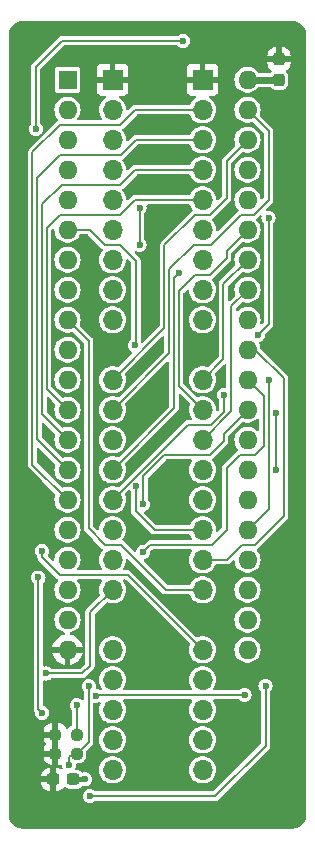
<source format=gbr>
G04 #@! TF.GenerationSoftware,KiCad,Pcbnew,8.0.4+dfsg-1*
G04 #@! TF.CreationDate,2025-03-02T10:11:40+09:00*
G04 #@! TF.ProjectId,bionic-hd6120,62696f6e-6963-42d6-9864-363132302e6b,4*
G04 #@! TF.SameCoordinates,Original*
G04 #@! TF.FileFunction,Copper,L2,Bot*
G04 #@! TF.FilePolarity,Positive*
%FSLAX46Y46*%
G04 Gerber Fmt 4.6, Leading zero omitted, Abs format (unit mm)*
G04 Created by KiCad (PCBNEW 8.0.4+dfsg-1) date 2025-03-02 10:11:40*
%MOMM*%
%LPD*%
G01*
G04 APERTURE LIST*
G04 Aperture macros list*
%AMRoundRect*
0 Rectangle with rounded corners*
0 $1 Rounding radius*
0 $2 $3 $4 $5 $6 $7 $8 $9 X,Y pos of 4 corners*
0 Add a 4 corners polygon primitive as box body*
4,1,4,$2,$3,$4,$5,$6,$7,$8,$9,$2,$3,0*
0 Add four circle primitives for the rounded corners*
1,1,$1+$1,$2,$3*
1,1,$1+$1,$4,$5*
1,1,$1+$1,$6,$7*
1,1,$1+$1,$8,$9*
0 Add four rect primitives between the rounded corners*
20,1,$1+$1,$2,$3,$4,$5,0*
20,1,$1+$1,$4,$5,$6,$7,0*
20,1,$1+$1,$6,$7,$8,$9,0*
20,1,$1+$1,$8,$9,$2,$3,0*%
G04 Aperture macros list end*
G04 #@! TA.AperFunction,ComponentPad*
%ADD10R,1.600000X1.600000*%
G04 #@! TD*
G04 #@! TA.AperFunction,ComponentPad*
%ADD11O,1.600000X1.600000*%
G04 #@! TD*
G04 #@! TA.AperFunction,ComponentPad*
%ADD12R,1.700000X1.700000*%
G04 #@! TD*
G04 #@! TA.AperFunction,ComponentPad*
%ADD13O,1.700000X1.700000*%
G04 #@! TD*
G04 #@! TA.AperFunction,SMDPad,CuDef*
%ADD14RoundRect,0.237500X0.250000X0.237500X-0.250000X0.237500X-0.250000X-0.237500X0.250000X-0.237500X0*%
G04 #@! TD*
G04 #@! TA.AperFunction,SMDPad,CuDef*
%ADD15RoundRect,0.237500X0.300000X0.237500X-0.300000X0.237500X-0.300000X-0.237500X0.300000X-0.237500X0*%
G04 #@! TD*
G04 #@! TA.AperFunction,SMDPad,CuDef*
%ADD16RoundRect,0.237500X0.237500X-0.300000X0.237500X0.300000X-0.237500X0.300000X-0.237500X-0.300000X0*%
G04 #@! TD*
G04 #@! TA.AperFunction,ViaPad*
%ADD17C,0.600000*%
G04 #@! TD*
G04 #@! TA.AperFunction,Conductor*
%ADD18C,0.200000*%
G04 #@! TD*
G04 #@! TA.AperFunction,Conductor*
%ADD19C,0.400000*%
G04 #@! TD*
G04 #@! TA.AperFunction,Conductor*
%ADD20C,0.600000*%
G04 #@! TD*
G04 APERTURE END LIST*
D10*
X106080000Y-75080000D03*
D11*
X106080000Y-77620000D03*
X106080000Y-80160000D03*
X106080000Y-82700000D03*
X106080000Y-85240000D03*
X106080000Y-87780000D03*
X106080000Y-90320000D03*
X106080000Y-92860000D03*
X106080000Y-95400000D03*
X106080000Y-97940000D03*
X106080000Y-100480000D03*
X106080000Y-103020000D03*
X106080000Y-105560000D03*
X106080000Y-108100000D03*
X106080000Y-110640000D03*
X106080000Y-113180000D03*
X106080000Y-115720000D03*
X106080000Y-118260000D03*
X106080000Y-120800000D03*
X106080000Y-123340000D03*
X121320000Y-123340000D03*
X121320000Y-120800000D03*
X121320000Y-118260000D03*
X121320000Y-115720000D03*
X121320000Y-113180000D03*
X121320000Y-110640000D03*
X121320000Y-108100000D03*
X121320000Y-105560000D03*
X121320000Y-103020000D03*
X121320000Y-100480000D03*
X121320000Y-97940000D03*
X121320000Y-95400000D03*
X121320000Y-92860000D03*
X121320000Y-90320000D03*
X121320000Y-87780000D03*
X121320000Y-85240000D03*
X121320000Y-82700000D03*
X121320000Y-80160000D03*
X121320000Y-77620000D03*
X121320000Y-75080000D03*
D12*
X109890000Y-75080000D03*
D13*
X109890000Y-77620000D03*
X109890000Y-80160000D03*
X109890000Y-82700000D03*
X109890000Y-85240000D03*
X109890000Y-87780000D03*
X109890000Y-90320000D03*
X109890000Y-92860000D03*
X109890000Y-95400000D03*
X109890000Y-100480000D03*
X109890000Y-103020000D03*
X109890000Y-105560000D03*
X109890000Y-108100000D03*
X109890000Y-110640000D03*
X109890000Y-113180000D03*
X109890000Y-115720000D03*
X109890000Y-118260000D03*
X109890000Y-123340000D03*
X109890000Y-125880000D03*
X109890000Y-128420000D03*
X109890000Y-130960000D03*
X109890000Y-133500000D03*
D14*
X106867400Y-132128400D03*
X105042400Y-132128400D03*
D13*
X117510000Y-133500000D03*
X117510000Y-130960000D03*
X117510000Y-128420000D03*
X117510000Y-125880000D03*
X117510000Y-123340000D03*
X117510000Y-118260000D03*
X117510000Y-115720000D03*
X117510000Y-113180000D03*
X117510000Y-110640000D03*
X117510000Y-108100000D03*
X117510000Y-105560000D03*
X117510000Y-103020000D03*
X117510000Y-100480000D03*
X117510000Y-95400000D03*
X117510000Y-92860000D03*
X117510000Y-90320000D03*
X117510000Y-87780000D03*
X117510000Y-85240000D03*
X117510000Y-82700000D03*
X117510000Y-80160000D03*
X117510000Y-77620000D03*
D12*
X117510000Y-75080000D03*
D15*
X106586900Y-134312800D03*
X104861900Y-134312800D03*
D16*
X123987000Y-75080000D03*
X123987000Y-73355000D03*
D14*
X106867400Y-130528200D03*
X105042400Y-130528200D03*
D17*
X115859000Y-71778000D03*
X103387600Y-79245600D03*
X107553200Y-134312800D03*
X115986000Y-109370000D03*
X115605000Y-86256000D03*
X123733000Y-135913000D03*
X121193000Y-129436000D03*
X109890000Y-97686000D03*
X121320000Y-72667000D03*
X103159000Y-71778000D03*
X113700000Y-132230000D03*
X111160000Y-104290000D03*
X102651000Y-123086000D03*
X121193000Y-125880000D03*
X113700000Y-126261000D03*
X117510000Y-97940000D03*
X109890000Y-120546000D03*
X115478000Y-91463000D03*
X119323000Y-101750000D03*
X106232400Y-133068200D03*
X107883400Y-126438800D03*
X106867599Y-128039113D03*
X104267000Y-125346600D03*
X112471200Y-111021000D03*
X112471200Y-115085000D03*
X112181528Y-85920999D03*
X112176000Y-89050000D03*
X103616200Y-117218600D03*
X103946400Y-128674000D03*
X103921000Y-114958000D03*
X111795000Y-97559000D03*
X111871200Y-109507327D03*
X123098000Y-86764000D03*
X122209000Y-96670000D03*
X121066000Y-127150000D03*
X108458000Y-127226200D03*
X123098000Y-100480000D03*
X122844000Y-126388000D03*
X123698000Y-103274000D03*
X107959600Y-135738186D03*
X123733000Y-108100000D03*
D18*
X122844000Y-126388000D02*
X122844000Y-131468000D01*
X118573814Y-135738186D02*
X107959600Y-135738186D01*
X122844000Y-131468000D02*
X118573814Y-135738186D01*
D19*
X107553200Y-134312800D02*
X106586900Y-134312800D01*
D18*
X105572000Y-71778000D02*
X115859000Y-71778000D01*
D20*
X123909700Y-75080000D02*
X123910800Y-75078900D01*
X121320000Y-75080000D02*
X123909700Y-75080000D01*
D18*
X123910900Y-75079000D02*
X123910800Y-75078900D01*
X103387600Y-73962400D02*
X105572000Y-71778000D01*
X103387600Y-79245600D02*
X103387600Y-73962400D01*
X121320000Y-80160000D02*
X119542000Y-81938000D01*
X119542000Y-85113000D02*
X118145000Y-86510000D01*
X114278000Y-96092000D02*
X109890000Y-100480000D01*
X116875000Y-86510000D02*
X114278000Y-89107000D01*
X118145000Y-86510000D02*
X116875000Y-86510000D01*
X119542000Y-81938000D02*
X119542000Y-85113000D01*
X114278000Y-89107000D02*
X114278000Y-96092000D01*
X118208500Y-89050000D02*
X120748500Y-86510000D01*
X123098000Y-79398000D02*
X121320000Y-77620000D01*
X123098000Y-85240000D02*
X123098000Y-79398000D01*
X114678000Y-91120000D02*
X116748000Y-89050000D01*
X121828000Y-86510000D02*
X123098000Y-85240000D01*
X120748500Y-86510000D02*
X121828000Y-86510000D01*
X109890000Y-103020000D02*
X114678000Y-98232000D01*
X116748000Y-89050000D02*
X118208500Y-89050000D01*
X114678000Y-98232000D02*
X114678000Y-91120000D01*
X115478000Y-91463000D02*
X115078000Y-91863000D01*
X115078000Y-102912000D02*
X109890000Y-108100000D01*
X115078000Y-91863000D02*
X115078000Y-102912000D01*
X116240000Y-104290000D02*
X109890000Y-110640000D01*
X118214314Y-104290000D02*
X116240000Y-104290000D01*
X119323000Y-101750000D02*
X119323000Y-103181314D01*
X119323000Y-103181314D02*
X118214314Y-104290000D01*
X107858000Y-131137800D02*
X106867400Y-132128400D01*
X106867400Y-132128400D02*
X106537200Y-132128400D01*
X107883400Y-126438800D02*
X107858000Y-126464200D01*
X106537200Y-132128400D02*
X106232400Y-132433200D01*
X107858000Y-126464200D02*
X107858000Y-131137800D01*
X106232400Y-132433200D02*
X106232400Y-133068200D01*
X106867400Y-128039312D02*
X106867400Y-130528200D01*
X106867599Y-128039113D02*
X106867400Y-128039312D01*
X107985000Y-124686200D02*
X107985000Y-120165000D01*
X107985000Y-120165000D02*
X109890000Y-118260000D01*
X104267000Y-125346600D02*
X107324600Y-125346600D01*
X107324600Y-125346600D02*
X107985000Y-124686200D01*
X112471200Y-108624486D02*
X114265686Y-106830000D01*
X114265686Y-106830000D02*
X118145000Y-106830000D01*
X119288000Y-105687000D02*
X119288000Y-105052000D01*
X118145000Y-106830000D02*
X119288000Y-105687000D01*
X112471200Y-111021000D02*
X112471200Y-108624486D01*
X119288000Y-105052000D02*
X121320000Y-103020000D01*
X112471200Y-115085000D02*
X113106200Y-114450000D01*
X118272000Y-114450000D02*
X119542000Y-113180000D01*
X120646346Y-106830000D02*
X121955000Y-106830000D01*
X121955000Y-106830000D02*
X122698000Y-106087000D01*
X122698000Y-106087000D02*
X122698000Y-101858000D01*
X113106200Y-114450000D02*
X118272000Y-114450000D01*
X119542000Y-107934346D02*
X120646346Y-106830000D01*
X122698000Y-101858000D02*
X121320000Y-100480000D01*
X119542000Y-113180000D02*
X119542000Y-107934346D01*
X112176000Y-89050000D02*
X112176000Y-85926527D01*
X112176000Y-85926527D02*
X112181528Y-85920999D01*
X103616200Y-128343800D02*
X103616200Y-117218600D01*
X103946400Y-128674000D02*
X103616200Y-128343800D01*
X103921000Y-114958000D02*
X103921000Y-115466000D01*
X111160000Y-116990000D02*
X117510000Y-123340000D01*
X103921000Y-115466000D02*
X105445000Y-116990000D01*
X105445000Y-116990000D02*
X111160000Y-116990000D01*
X107858000Y-113053000D02*
X107858000Y-97178000D01*
X107858000Y-97178000D02*
X106080000Y-95400000D01*
X110588500Y-114450000D02*
X109255000Y-114450000D01*
X109255000Y-114450000D02*
X107858000Y-113053000D01*
X114398500Y-118260000D02*
X110588500Y-114450000D01*
X117510000Y-118260000D02*
X114398500Y-118260000D01*
X111871200Y-90396200D02*
X110525000Y-89050000D01*
X111795000Y-97559000D02*
X111871200Y-97482800D01*
X113446000Y-113180000D02*
X117510000Y-113180000D01*
X109255000Y-89050000D02*
X107985000Y-87780000D01*
X107985000Y-87780000D02*
X106080000Y-87780000D01*
X111871200Y-109507327D02*
X111871200Y-111605200D01*
X110525000Y-89050000D02*
X109255000Y-89050000D01*
X111871200Y-97482800D02*
X111871200Y-90396200D01*
X111871200Y-111605200D02*
X113446000Y-113180000D01*
X124368000Y-100358471D02*
X121949529Y-97940000D01*
X124368000Y-112037000D02*
X124368000Y-100358471D01*
X121949529Y-97940000D02*
X121320000Y-97940000D01*
X121955000Y-114450000D02*
X124368000Y-112037000D01*
X119542000Y-115720000D02*
X120812000Y-114450000D01*
X117510000Y-115720000D02*
X119542000Y-115720000D01*
X120812000Y-114450000D02*
X121955000Y-114450000D01*
X123098000Y-86764000D02*
X123098000Y-95781000D01*
X123098000Y-95781000D02*
X122209000Y-96670000D01*
X121320000Y-92860000D02*
X119923000Y-94257000D01*
X119923000Y-103147000D02*
X117510000Y-105560000D01*
X119923000Y-94257000D02*
X119923000Y-103147000D01*
X118145000Y-91590000D02*
X116875000Y-91590000D01*
X119542000Y-90193000D02*
X118145000Y-91590000D01*
X121320000Y-87780000D02*
X119542000Y-89558000D01*
X115478000Y-100988000D02*
X117510000Y-103020000D01*
X115478000Y-92987000D02*
X115478000Y-100988000D01*
X116875000Y-91590000D02*
X115478000Y-92987000D01*
X119542000Y-89558000D02*
X119542000Y-90193000D01*
X119269000Y-92371000D02*
X119269000Y-98721000D01*
X119269000Y-98721000D02*
X117510000Y-100480000D01*
X121320000Y-90320000D02*
X119269000Y-92371000D01*
X123098000Y-111402000D02*
X121320000Y-113180000D01*
X123098000Y-100480000D02*
X123098000Y-111402000D01*
X108458000Y-127226200D02*
X108534200Y-127150000D01*
X108534200Y-127150000D02*
X121066000Y-127150000D01*
X123698000Y-103274000D02*
X123733000Y-103309000D01*
X123733000Y-103309000D02*
X123733000Y-108100000D01*
X123733000Y-108100000D02*
X123733000Y-108227000D01*
X104302000Y-101242000D02*
X104302000Y-87653000D01*
X105445000Y-86510000D02*
X110525000Y-86510000D01*
X111795000Y-85240000D02*
X117510000Y-85240000D01*
X104302000Y-87653000D02*
X105445000Y-86510000D01*
X110525000Y-86510000D02*
X111795000Y-85240000D01*
X106080000Y-103020000D02*
X104302000Y-101242000D01*
X106080000Y-105560000D02*
X103902000Y-103382000D01*
X105572000Y-83970000D02*
X110525000Y-83970000D01*
X103902000Y-85640000D02*
X105572000Y-83970000D01*
X110525000Y-83970000D02*
X111795000Y-82700000D01*
X111795000Y-82700000D02*
X117510000Y-82700000D01*
X103902000Y-103382000D02*
X103902000Y-85640000D01*
X105429182Y-81430000D02*
X110588500Y-81430000D01*
X103502000Y-105522000D02*
X103502000Y-83357182D01*
X110588500Y-81430000D02*
X111858500Y-80160000D01*
X111858500Y-80160000D02*
X117510000Y-80160000D01*
X103502000Y-83357182D02*
X105429182Y-81430000D01*
X106080000Y-108100000D02*
X103502000Y-105522000D01*
X103102000Y-107662000D02*
X103102000Y-81233000D01*
X106080000Y-110640000D02*
X103102000Y-107662000D01*
X103102000Y-81233000D02*
X105445000Y-78890000D01*
X110525000Y-78890000D02*
X111795000Y-77620000D01*
X111795000Y-77620000D02*
X117510000Y-77620000D01*
X105445000Y-78890000D02*
X110525000Y-78890000D01*
G04 #@! TA.AperFunction,Conductor*
G36*
X122247471Y-103756221D02*
G01*
X122288691Y-103801438D01*
X122297500Y-103842261D01*
X122297500Y-104737738D01*
X122278593Y-104795929D01*
X122229093Y-104831893D01*
X122167907Y-104831893D01*
X122131805Y-104810901D01*
X121986041Y-104678019D01*
X121812637Y-104570652D01*
X121622456Y-104496976D01*
X121622455Y-104496975D01*
X121622453Y-104496975D01*
X121421976Y-104459500D01*
X121218024Y-104459500D01*
X121017546Y-104496975D01*
X120995334Y-104505580D01*
X120827363Y-104570652D01*
X120718676Y-104637948D01*
X120653959Y-104678019D01*
X120503237Y-104815420D01*
X120380328Y-104978177D01*
X120380323Y-104978186D01*
X120298450Y-105142611D01*
X120289418Y-105160750D01*
X120233603Y-105356917D01*
X120214785Y-105560000D01*
X120233603Y-105763083D01*
X120289418Y-105959250D01*
X120380327Y-106141821D01*
X120503236Y-106304579D01*
X120503240Y-106304583D01*
X120503242Y-106304585D01*
X120506320Y-106307962D01*
X120504839Y-106309312D01*
X120531231Y-106355687D01*
X120524457Y-106416497D01*
X120483769Y-106461405D01*
X120400435Y-106509518D01*
X119221516Y-107688437D01*
X119168793Y-107779757D01*
X119168792Y-107779757D01*
X119168793Y-107779758D01*
X119141500Y-107881619D01*
X119141500Y-112973098D01*
X119122593Y-113031289D01*
X119112504Y-113043102D01*
X118827632Y-113327974D01*
X118773115Y-113355751D01*
X118712683Y-113346180D01*
X118669418Y-113302915D01*
X118659050Y-113248837D01*
X118665429Y-113180000D01*
X118645756Y-112967690D01*
X118587405Y-112762611D01*
X118492366Y-112571745D01*
X118363872Y-112401593D01*
X118309623Y-112352139D01*
X118206307Y-112257952D01*
X118206300Y-112257946D01*
X118025024Y-112145705D01*
X118025019Y-112145702D01*
X117950865Y-112116975D01*
X117826198Y-112068679D01*
X117826197Y-112068678D01*
X117826195Y-112068678D01*
X117616610Y-112029500D01*
X117403390Y-112029500D01*
X117193804Y-112068678D01*
X116994980Y-112145702D01*
X116994975Y-112145705D01*
X116813699Y-112257946D01*
X116813692Y-112257952D01*
X116656135Y-112401586D01*
X116656131Y-112401589D01*
X116656128Y-112401593D01*
X116656125Y-112401597D01*
X116527635Y-112571743D01*
X116527630Y-112571752D01*
X116451508Y-112724628D01*
X116408646Y-112768290D01*
X116362887Y-112779500D01*
X113652900Y-112779500D01*
X113594709Y-112760593D01*
X113582896Y-112750504D01*
X112598715Y-111766322D01*
X112570938Y-111711805D01*
X112580509Y-111651373D01*
X112623774Y-111608108D01*
X112630825Y-111604857D01*
X112774041Y-111545536D01*
X112899482Y-111449282D01*
X112995736Y-111323841D01*
X113056244Y-111177762D01*
X113076882Y-111021000D01*
X113056244Y-110864238D01*
X112995737Y-110718161D01*
X112995737Y-110718160D01*
X112935763Y-110640000D01*
X116354571Y-110640000D01*
X116374244Y-110852311D01*
X116397449Y-110933867D01*
X116432595Y-111057389D01*
X116527634Y-111248255D01*
X116656128Y-111418407D01*
X116695969Y-111454727D01*
X116813692Y-111562047D01*
X116813699Y-111562053D01*
X116882825Y-111604854D01*
X116994981Y-111674298D01*
X117193802Y-111751321D01*
X117403390Y-111790500D01*
X117616610Y-111790500D01*
X117826198Y-111751321D01*
X118025019Y-111674298D01*
X118206302Y-111562052D01*
X118363872Y-111418407D01*
X118492366Y-111248255D01*
X118587405Y-111057389D01*
X118645756Y-110852310D01*
X118665429Y-110640000D01*
X118645756Y-110427690D01*
X118587405Y-110222611D01*
X118492366Y-110031745D01*
X118363872Y-109861593D01*
X118260582Y-109767431D01*
X118206307Y-109717952D01*
X118206300Y-109717946D01*
X118025024Y-109605705D01*
X118025019Y-109605702D01*
X117945016Y-109574709D01*
X117826198Y-109528679D01*
X117826197Y-109528678D01*
X117826195Y-109528678D01*
X117616610Y-109489500D01*
X117403390Y-109489500D01*
X117193804Y-109528678D01*
X116994980Y-109605702D01*
X116994975Y-109605705D01*
X116813699Y-109717946D01*
X116813692Y-109717952D01*
X116656135Y-109861586D01*
X116656131Y-109861589D01*
X116656128Y-109861593D01*
X116656125Y-109861597D01*
X116527635Y-110031743D01*
X116527630Y-110031752D01*
X116432596Y-110222608D01*
X116374244Y-110427688D01*
X116354571Y-110640000D01*
X112935763Y-110640000D01*
X112895532Y-110587570D01*
X112896913Y-110586509D01*
X112872919Y-110539416D01*
X112871700Y-110523929D01*
X112871700Y-108831387D01*
X112890607Y-108773196D01*
X112900696Y-108761383D01*
X114402583Y-107259496D01*
X114457100Y-107231719D01*
X114472587Y-107230500D01*
X116526099Y-107230500D01*
X116584290Y-107249407D01*
X116620254Y-107298907D01*
X116620254Y-107360093D01*
X116605103Y-107389161D01*
X116527635Y-107491743D01*
X116527630Y-107491752D01*
X116432596Y-107682608D01*
X116432595Y-107682611D01*
X116430937Y-107688437D01*
X116374244Y-107887688D01*
X116362067Y-108019107D01*
X116354571Y-108100000D01*
X116374244Y-108312310D01*
X116432595Y-108517389D01*
X116527634Y-108708255D01*
X116656128Y-108878407D01*
X116656135Y-108878413D01*
X116813692Y-109022047D01*
X116813699Y-109022053D01*
X116917389Y-109086255D01*
X116994981Y-109134298D01*
X117193802Y-109211321D01*
X117403390Y-109250500D01*
X117616610Y-109250500D01*
X117826198Y-109211321D01*
X118025019Y-109134298D01*
X118206302Y-109022052D01*
X118363872Y-108878407D01*
X118492366Y-108708255D01*
X118587405Y-108517389D01*
X118645756Y-108312310D01*
X118665429Y-108100000D01*
X118645756Y-107887690D01*
X118587405Y-107682611D01*
X118492366Y-107491745D01*
X118363872Y-107321593D01*
X118359485Y-107317593D01*
X118329220Y-107264422D01*
X118335989Y-107203612D01*
X118376681Y-107158696D01*
X118390913Y-107150480D01*
X119608480Y-105932913D01*
X119661207Y-105841588D01*
X119688500Y-105739727D01*
X119688500Y-105634273D01*
X119688500Y-105258900D01*
X119707407Y-105200709D01*
X119717490Y-105188902D01*
X120831975Y-104074416D01*
X120886490Y-104046641D01*
X120937735Y-104052106D01*
X121017544Y-104083024D01*
X121218024Y-104120500D01*
X121421976Y-104120500D01*
X121622456Y-104083024D01*
X121812637Y-104009348D01*
X121986041Y-103901981D01*
X122131807Y-103769097D01*
X122187545Y-103743869D01*
X122247471Y-103756221D01*
G37*
G04 #@! TD.AperFunction*
G04 #@! TA.AperFunction,Conductor*
G36*
X122454399Y-86546735D02*
G01*
X122497664Y-86590000D01*
X122507607Y-86647867D01*
X122492318Y-86763999D01*
X122492318Y-86764000D01*
X122512955Y-86920758D01*
X122512957Y-86920766D01*
X122573462Y-87066838D01*
X122573462Y-87066839D01*
X122673668Y-87197431D01*
X122672283Y-87198493D01*
X122696279Y-87245569D01*
X122697500Y-87261071D01*
X122697500Y-95574099D01*
X122678593Y-95632290D01*
X122668504Y-95644103D01*
X122555393Y-95757214D01*
X122500876Y-95784991D01*
X122440444Y-95775420D01*
X122397179Y-95732155D01*
X122387608Y-95671723D01*
X122390167Y-95660124D01*
X122406397Y-95603083D01*
X122425215Y-95400000D01*
X122406397Y-95196917D01*
X122350582Y-95000750D01*
X122259673Y-94818179D01*
X122136764Y-94655421D01*
X121986041Y-94518019D01*
X121812637Y-94410652D01*
X121622456Y-94336976D01*
X121622455Y-94336975D01*
X121622453Y-94336975D01*
X121421976Y-94299500D01*
X121218024Y-94299500D01*
X121017546Y-94336975D01*
X120947632Y-94364059D01*
X120827363Y-94410652D01*
X120718676Y-94477948D01*
X120653959Y-94518019D01*
X120503234Y-94655423D01*
X120501503Y-94657716D01*
X120500514Y-94658406D01*
X120500153Y-94658803D01*
X120500063Y-94658721D01*
X120451347Y-94692759D01*
X120390172Y-94691628D01*
X120341345Y-94654755D01*
X120323500Y-94598055D01*
X120323500Y-94463900D01*
X120342407Y-94405709D01*
X120352496Y-94393897D01*
X120831973Y-93914419D01*
X120886490Y-93886641D01*
X120937735Y-93892106D01*
X121017544Y-93923024D01*
X121218024Y-93960500D01*
X121421976Y-93960500D01*
X121622456Y-93923024D01*
X121812637Y-93849348D01*
X121986041Y-93741981D01*
X122136764Y-93604579D01*
X122259673Y-93441821D01*
X122350582Y-93259250D01*
X122406397Y-93063083D01*
X122425215Y-92860000D01*
X122406397Y-92656917D01*
X122350582Y-92460750D01*
X122259673Y-92278179D01*
X122136764Y-92115421D01*
X121986041Y-91978019D01*
X121812637Y-91870652D01*
X121622456Y-91796976D01*
X121622455Y-91796975D01*
X121622453Y-91796975D01*
X121421976Y-91759500D01*
X121218024Y-91759500D01*
X121017546Y-91796975D01*
X120947632Y-91824059D01*
X120827363Y-91870652D01*
X120653959Y-91978019D01*
X120503236Y-92115421D01*
X120495937Y-92125087D01*
X120380328Y-92278177D01*
X120380323Y-92278186D01*
X120298450Y-92442611D01*
X120289418Y-92460750D01*
X120233603Y-92656917D01*
X120214785Y-92860000D01*
X120233603Y-93063083D01*
X120270824Y-93193900D01*
X120287880Y-93253845D01*
X120285619Y-93314989D01*
X120262663Y-93350941D01*
X119838504Y-93775101D01*
X119783987Y-93802879D01*
X119723555Y-93793308D01*
X119680290Y-93750043D01*
X119669500Y-93705098D01*
X119669500Y-92577900D01*
X119688407Y-92519709D01*
X119698490Y-92507902D01*
X120831975Y-91374416D01*
X120886490Y-91346641D01*
X120937735Y-91352106D01*
X121017544Y-91383024D01*
X121218024Y-91420500D01*
X121421976Y-91420500D01*
X121622456Y-91383024D01*
X121812637Y-91309348D01*
X121986041Y-91201981D01*
X122136764Y-91064579D01*
X122259673Y-90901821D01*
X122350582Y-90719250D01*
X122406397Y-90523083D01*
X122425215Y-90320000D01*
X122406397Y-90116917D01*
X122350582Y-89920750D01*
X122259673Y-89738179D01*
X122136764Y-89575421D01*
X121986041Y-89438019D01*
X121812637Y-89330652D01*
X121622456Y-89256976D01*
X121622455Y-89256975D01*
X121622453Y-89256975D01*
X121421976Y-89219500D01*
X121218024Y-89219500D01*
X121017546Y-89256975D01*
X120976460Y-89272892D01*
X120827363Y-89330652D01*
X120709850Y-89403413D01*
X120653959Y-89438019D01*
X120533068Y-89548226D01*
X120503236Y-89575421D01*
X120463388Y-89628188D01*
X120380328Y-89738177D01*
X120380323Y-89738186D01*
X120298450Y-89902611D01*
X120289418Y-89920750D01*
X120233603Y-90116917D01*
X120214785Y-90320000D01*
X120233603Y-90523083D01*
X120251964Y-90587614D01*
X120287880Y-90713845D01*
X120285619Y-90774989D01*
X120262663Y-90810941D01*
X118948520Y-92125086D01*
X118948516Y-92125091D01*
X118895795Y-92216406D01*
X118895791Y-92216415D01*
X118886326Y-92251744D01*
X118868500Y-92318273D01*
X118868500Y-98514098D01*
X118849593Y-98572289D01*
X118839504Y-98584102D01*
X118036673Y-99386932D01*
X117982156Y-99414709D01*
X117930907Y-99409243D01*
X117826198Y-99368679D01*
X117826197Y-99368678D01*
X117826195Y-99368678D01*
X117616610Y-99329500D01*
X117403390Y-99329500D01*
X117193804Y-99368678D01*
X116994980Y-99445702D01*
X116994975Y-99445705D01*
X116813699Y-99557946D01*
X116813692Y-99557952D01*
X116656135Y-99701586D01*
X116656131Y-99701589D01*
X116656128Y-99701593D01*
X116656125Y-99701597D01*
X116527635Y-99871743D01*
X116527630Y-99871752D01*
X116432596Y-100062608D01*
X116374244Y-100267688D01*
X116374244Y-100267690D01*
X116354571Y-100480000D01*
X116374244Y-100692310D01*
X116432595Y-100897389D01*
X116527634Y-101088255D01*
X116656128Y-101258407D01*
X116656135Y-101258413D01*
X116813692Y-101402047D01*
X116813699Y-101402053D01*
X116886548Y-101447159D01*
X116994981Y-101514298D01*
X117193802Y-101591321D01*
X117403390Y-101630500D01*
X117616610Y-101630500D01*
X117826198Y-101591321D01*
X118025019Y-101514298D01*
X118206302Y-101402052D01*
X118363872Y-101258407D01*
X118492366Y-101088255D01*
X118587405Y-100897389D01*
X118645756Y-100692310D01*
X118665429Y-100480000D01*
X118645756Y-100267690D01*
X118587405Y-100062611D01*
X118587401Y-100062604D01*
X118585752Y-100058344D01*
X118587132Y-100057809D01*
X118579019Y-100003364D01*
X118606648Y-99949742D01*
X119353496Y-99202894D01*
X119408013Y-99175118D01*
X119468445Y-99184689D01*
X119511710Y-99227954D01*
X119522500Y-99272899D01*
X119522500Y-101057694D01*
X119503593Y-101115885D01*
X119454093Y-101151849D01*
X119410579Y-101155847D01*
X119323002Y-101144318D01*
X119322999Y-101144318D01*
X119166241Y-101164955D01*
X119166233Y-101164957D01*
X119020161Y-101225462D01*
X119020160Y-101225462D01*
X118894723Y-101321713D01*
X118894719Y-101321716D01*
X118894718Y-101321718D01*
X118894716Y-101321721D01*
X118798462Y-101447160D01*
X118798462Y-101447161D01*
X118737957Y-101593233D01*
X118737955Y-101593241D01*
X118717318Y-101749999D01*
X118717318Y-101750000D01*
X118737955Y-101906758D01*
X118737957Y-101906766D01*
X118798462Y-102052838D01*
X118798462Y-102052839D01*
X118898668Y-102183431D01*
X118897283Y-102184493D01*
X118921279Y-102231569D01*
X118922500Y-102247071D01*
X118922500Y-102974413D01*
X118903593Y-103032604D01*
X118893503Y-103044417D01*
X118833522Y-103104397D01*
X118779005Y-103132174D01*
X118718573Y-103122602D01*
X118675309Y-103079337D01*
X118664942Y-103025254D01*
X118665429Y-103020000D01*
X118645756Y-102807690D01*
X118587405Y-102602611D01*
X118492366Y-102411745D01*
X118363872Y-102241593D01*
X118294424Y-102178282D01*
X118206307Y-102097952D01*
X118206300Y-102097946D01*
X118025024Y-101985705D01*
X118025019Y-101985702D01*
X117939657Y-101952633D01*
X117826198Y-101908679D01*
X117826197Y-101908678D01*
X117826195Y-101908678D01*
X117616610Y-101869500D01*
X117403390Y-101869500D01*
X117193802Y-101908678D01*
X117089091Y-101949243D01*
X117028000Y-101952633D01*
X116983325Y-101926932D01*
X115907496Y-100851103D01*
X115879719Y-100796586D01*
X115878500Y-100781099D01*
X115878500Y-95400000D01*
X116354571Y-95400000D01*
X116374244Y-95612310D01*
X116427434Y-95799252D01*
X116432596Y-95817391D01*
X116491450Y-95935588D01*
X116527634Y-96008255D01*
X116656128Y-96178407D01*
X116656135Y-96178413D01*
X116813692Y-96322047D01*
X116813699Y-96322053D01*
X116917389Y-96386255D01*
X116994981Y-96434298D01*
X117193802Y-96511321D01*
X117403390Y-96550500D01*
X117616610Y-96550500D01*
X117826198Y-96511321D01*
X118025019Y-96434298D01*
X118206302Y-96322052D01*
X118363872Y-96178407D01*
X118492366Y-96008255D01*
X118587405Y-95817389D01*
X118645756Y-95612310D01*
X118665429Y-95400000D01*
X118645756Y-95187690D01*
X118587405Y-94982611D01*
X118492366Y-94791745D01*
X118363872Y-94621593D01*
X118309623Y-94572139D01*
X118206307Y-94477952D01*
X118206300Y-94477946D01*
X118025024Y-94365705D01*
X118025019Y-94365702D01*
X117826195Y-94288678D01*
X117616610Y-94249500D01*
X117403390Y-94249500D01*
X117193804Y-94288678D01*
X116994980Y-94365702D01*
X116994975Y-94365705D01*
X116813699Y-94477946D01*
X116813692Y-94477952D01*
X116656135Y-94621586D01*
X116656131Y-94621589D01*
X116656128Y-94621593D01*
X116656125Y-94621597D01*
X116527635Y-94791743D01*
X116527630Y-94791752D01*
X116432596Y-94982608D01*
X116374244Y-95187688D01*
X116374244Y-95187690D01*
X116354571Y-95400000D01*
X115878500Y-95400000D01*
X115878500Y-93193900D01*
X115897407Y-93135709D01*
X115907496Y-93123897D01*
X116189913Y-92841479D01*
X116244430Y-92813701D01*
X116304862Y-92823272D01*
X116348127Y-92866537D01*
X116358494Y-92902346D01*
X116374244Y-93072310D01*
X116432595Y-93277389D01*
X116527634Y-93468255D01*
X116656128Y-93638407D01*
X116656135Y-93638413D01*
X116813692Y-93782047D01*
X116813699Y-93782053D01*
X116917389Y-93846255D01*
X116994981Y-93894298D01*
X117193802Y-93971321D01*
X117403390Y-94010500D01*
X117616610Y-94010500D01*
X117826198Y-93971321D01*
X118025019Y-93894298D01*
X118206302Y-93782052D01*
X118363872Y-93638407D01*
X118492366Y-93468255D01*
X118587405Y-93277389D01*
X118645756Y-93072310D01*
X118665429Y-92860000D01*
X118645756Y-92647690D01*
X118587405Y-92442611D01*
X118492366Y-92251745D01*
X118363872Y-92081593D01*
X118359485Y-92077593D01*
X118329220Y-92024422D01*
X118335989Y-91963612D01*
X118376681Y-91918696D01*
X118390913Y-91910480D01*
X119862480Y-90438913D01*
X119909931Y-90356725D01*
X119915169Y-90347653D01*
X119915179Y-90347634D01*
X119915206Y-90347588D01*
X119915207Y-90347587D01*
X119942500Y-90245727D01*
X119942500Y-89764899D01*
X119961407Y-89706708D01*
X119971490Y-89694901D01*
X120831974Y-88834416D01*
X120886489Y-88806641D01*
X120937738Y-88812106D01*
X121017544Y-88843024D01*
X121218024Y-88880500D01*
X121421976Y-88880500D01*
X121622456Y-88843024D01*
X121812637Y-88769348D01*
X121986041Y-88661981D01*
X122136764Y-88524579D01*
X122259673Y-88361821D01*
X122350582Y-88179250D01*
X122406397Y-87983083D01*
X122425215Y-87780000D01*
X122406397Y-87576917D01*
X122350582Y-87380750D01*
X122259673Y-87198179D01*
X122136764Y-87035421D01*
X122073297Y-86977564D01*
X122043033Y-86924390D01*
X122049804Y-86863581D01*
X122069991Y-86834400D01*
X122073908Y-86830482D01*
X122073913Y-86830480D01*
X122339454Y-86564938D01*
X122393967Y-86537164D01*
X122454399Y-86546735D01*
G37*
G04 #@! TD.AperFunction*
G04 #@! TA.AperFunction,Conductor*
G36*
X116421078Y-85659407D02*
G01*
X116451508Y-85695372D01*
X116527634Y-85848255D01*
X116656128Y-86018407D01*
X116660517Y-86022408D01*
X116690780Y-86075584D01*
X116684008Y-86136394D01*
X116643320Y-86181302D01*
X116629087Y-86189519D01*
X116554519Y-86264086D01*
X116554520Y-86264087D01*
X113957516Y-88861091D01*
X113904793Y-88952411D01*
X113904792Y-88952411D01*
X113904793Y-88952412D01*
X113877500Y-89054273D01*
X113877500Y-95885098D01*
X113858593Y-95943289D01*
X113848504Y-95955102D01*
X112491057Y-97312548D01*
X112436540Y-97340325D01*
X112376108Y-97330754D01*
X112332843Y-97287489D01*
X112329589Y-97280429D01*
X112327623Y-97275682D01*
X112319536Y-97256159D01*
X112292157Y-97220477D01*
X112271734Y-97162801D01*
X112271700Y-97160211D01*
X112271700Y-90343474D01*
X112271700Y-90343473D01*
X112244407Y-90241612D01*
X112244405Y-90241609D01*
X112244405Y-90241607D01*
X112191683Y-90150291D01*
X112191681Y-90150289D01*
X112191680Y-90150287D01*
X111785969Y-89744576D01*
X111758194Y-89690062D01*
X111767765Y-89629630D01*
X111811030Y-89586365D01*
X111871462Y-89576794D01*
X111893860Y-89583110D01*
X112019238Y-89635044D01*
X112136809Y-89650522D01*
X112175999Y-89655682D01*
X112176000Y-89655682D01*
X112176001Y-89655682D01*
X112207352Y-89651554D01*
X112332762Y-89635044D01*
X112478841Y-89574536D01*
X112604282Y-89478282D01*
X112700536Y-89352841D01*
X112761044Y-89206762D01*
X112781682Y-89050000D01*
X112761044Y-88893238D01*
X112736680Y-88834418D01*
X112700537Y-88747161D01*
X112700537Y-88747160D01*
X112600332Y-88616570D01*
X112601713Y-88615509D01*
X112577719Y-88568416D01*
X112576500Y-88552929D01*
X112576500Y-86423598D01*
X112595407Y-86365407D01*
X112605496Y-86353594D01*
X112609801Y-86349287D01*
X112609810Y-86349281D01*
X112706064Y-86223840D01*
X112766572Y-86077761D01*
X112787210Y-85920999D01*
X112766572Y-85764237D01*
X112766571Y-85764236D01*
X112765725Y-85757804D01*
X112767202Y-85757609D01*
X112770012Y-85704020D01*
X112808518Y-85656471D01*
X112862436Y-85640500D01*
X116362887Y-85640500D01*
X116421078Y-85659407D01*
G37*
G04 #@! TD.AperFunction*
G04 #@! TA.AperFunction,Conductor*
G36*
X125134309Y-70100877D02*
G01*
X125324457Y-70117512D01*
X125341437Y-70120505D01*
X125521635Y-70168789D01*
X125537839Y-70174687D01*
X125706902Y-70253523D01*
X125721842Y-70262149D01*
X125874641Y-70369140D01*
X125887861Y-70380232D01*
X126019767Y-70512138D01*
X126030859Y-70525358D01*
X126137850Y-70678157D01*
X126146478Y-70693101D01*
X126225308Y-70862151D01*
X126231211Y-70878368D01*
X126279492Y-71058555D01*
X126282488Y-71075550D01*
X126299123Y-71265690D01*
X126299500Y-71274318D01*
X126299500Y-137305681D01*
X126299123Y-137314309D01*
X126282488Y-137504449D01*
X126279492Y-137521444D01*
X126231211Y-137701631D01*
X126225308Y-137717848D01*
X126146478Y-137886898D01*
X126137850Y-137901842D01*
X126030859Y-138054641D01*
X126019767Y-138067861D01*
X125887861Y-138199767D01*
X125874641Y-138210859D01*
X125721842Y-138317850D01*
X125706898Y-138326478D01*
X125537848Y-138405308D01*
X125521631Y-138411211D01*
X125341444Y-138459492D01*
X125324449Y-138462488D01*
X125134309Y-138479123D01*
X125125681Y-138479500D01*
X102274319Y-138479500D01*
X102265691Y-138479123D01*
X102075550Y-138462488D01*
X102058555Y-138459492D01*
X101878368Y-138411211D01*
X101862154Y-138405309D01*
X101693100Y-138326477D01*
X101678157Y-138317850D01*
X101525358Y-138210859D01*
X101512138Y-138199767D01*
X101380232Y-138067861D01*
X101369140Y-138054641D01*
X101262149Y-137901842D01*
X101253523Y-137886902D01*
X101174687Y-137717839D01*
X101168788Y-137701631D01*
X101149843Y-137630926D01*
X101120505Y-137521437D01*
X101117512Y-137504457D01*
X101100877Y-137314309D01*
X101100500Y-137305681D01*
X101100500Y-135738185D01*
X107353918Y-135738185D01*
X107353918Y-135738186D01*
X107374555Y-135894944D01*
X107374557Y-135894952D01*
X107435062Y-136041024D01*
X107435062Y-136041025D01*
X107531313Y-136166462D01*
X107531318Y-136166468D01*
X107656759Y-136262722D01*
X107802838Y-136323230D01*
X107920409Y-136338708D01*
X107959599Y-136343868D01*
X107959600Y-136343868D01*
X107959601Y-136343868D01*
X107990952Y-136339740D01*
X108116362Y-136323230D01*
X108262441Y-136262722D01*
X108387882Y-136166468D01*
X108387881Y-136166468D01*
X108393030Y-136162518D01*
X108394090Y-136163899D01*
X108441184Y-136139905D01*
X108456671Y-136138686D01*
X118626539Y-136138686D01*
X118626541Y-136138686D01*
X118728402Y-136111393D01*
X118728404Y-136111391D01*
X118728406Y-136111391D01*
X118819722Y-136058669D01*
X118819722Y-136058668D01*
X118819727Y-136058666D01*
X123164480Y-131713913D01*
X123196756Y-131658010D01*
X123217205Y-131622592D01*
X123217205Y-131622590D01*
X123217207Y-131622588D01*
X123244500Y-131520727D01*
X123244500Y-131415273D01*
X123244500Y-126885071D01*
X123263407Y-126826880D01*
X123270715Y-126818324D01*
X123324461Y-126748281D01*
X123368536Y-126690841D01*
X123429044Y-126544762D01*
X123449682Y-126388000D01*
X123429044Y-126231238D01*
X123389579Y-126135961D01*
X123368537Y-126085161D01*
X123368537Y-126085160D01*
X123272286Y-125959723D01*
X123272285Y-125959722D01*
X123272282Y-125959718D01*
X123272277Y-125959714D01*
X123272276Y-125959713D01*
X123201104Y-125905101D01*
X123146841Y-125863464D01*
X123146840Y-125863463D01*
X123146838Y-125863462D01*
X123000766Y-125802957D01*
X123000758Y-125802955D01*
X122844001Y-125782318D01*
X122843999Y-125782318D01*
X122687241Y-125802955D01*
X122687233Y-125802957D01*
X122541161Y-125863462D01*
X122541160Y-125863462D01*
X122415723Y-125959713D01*
X122415713Y-125959723D01*
X122319462Y-126085160D01*
X122319462Y-126085161D01*
X122258957Y-126231233D01*
X122258955Y-126231241D01*
X122238318Y-126387999D01*
X122238318Y-126388000D01*
X122258955Y-126544758D01*
X122258957Y-126544766D01*
X122319462Y-126690838D01*
X122319462Y-126690839D01*
X122419668Y-126821431D01*
X122418283Y-126822493D01*
X122442279Y-126869569D01*
X122443500Y-126885071D01*
X122443500Y-131261099D01*
X122424593Y-131319290D01*
X122414504Y-131331103D01*
X118436917Y-135308690D01*
X118382400Y-135336467D01*
X118366913Y-135337686D01*
X108456671Y-135337686D01*
X108398480Y-135318779D01*
X108389912Y-135311462D01*
X108386299Y-135308690D01*
X108262441Y-135213650D01*
X108262440Y-135213649D01*
X108262438Y-135213648D01*
X108116366Y-135153143D01*
X108116358Y-135153141D01*
X107959601Y-135132504D01*
X107959599Y-135132504D01*
X107802841Y-135153141D01*
X107802833Y-135153143D01*
X107656761Y-135213648D01*
X107656760Y-135213648D01*
X107531323Y-135309899D01*
X107531313Y-135309909D01*
X107435062Y-135435346D01*
X107435062Y-135435347D01*
X107374557Y-135581419D01*
X107374555Y-135581427D01*
X107353918Y-135738185D01*
X101100500Y-135738185D01*
X101100500Y-134562801D01*
X103824401Y-134562801D01*
X103824401Y-134599454D01*
X103834717Y-134700442D01*
X103834720Y-134700454D01*
X103888948Y-134864106D01*
X103979453Y-135010835D01*
X104101364Y-135132746D01*
X104248093Y-135223251D01*
X104411751Y-135277481D01*
X104512745Y-135287799D01*
X104611900Y-135287799D01*
X104611900Y-134562801D01*
X104611899Y-134562800D01*
X103824402Y-134562800D01*
X103824401Y-134562801D01*
X101100500Y-134562801D01*
X101100500Y-134026144D01*
X103824400Y-134026144D01*
X103824400Y-134062799D01*
X103824401Y-134062800D01*
X104611899Y-134062800D01*
X104611900Y-134062799D01*
X104611900Y-133337801D01*
X105111900Y-133337801D01*
X105111900Y-135287798D01*
X105111901Y-135287799D01*
X105211054Y-135287799D01*
X105312042Y-135277482D01*
X105312054Y-135277479D01*
X105475706Y-135223251D01*
X105622435Y-135132746D01*
X105744346Y-135010835D01*
X105769812Y-134969548D01*
X105816452Y-134929946D01*
X105877463Y-134925322D01*
X105913890Y-134942634D01*
X106020742Y-135023662D01*
X106158323Y-135077917D01*
X106244782Y-135088300D01*
X106244784Y-135088300D01*
X106929016Y-135088300D01*
X106929018Y-135088300D01*
X107015477Y-135077917D01*
X107153058Y-135023662D01*
X107270900Y-134934300D01*
X107275772Y-134927874D01*
X107325994Y-134892933D01*
X107387167Y-134894183D01*
X107392505Y-134896214D01*
X107396438Y-134897844D01*
X107514009Y-134913322D01*
X107553199Y-134918482D01*
X107553200Y-134918482D01*
X107553201Y-134918482D01*
X107584552Y-134914354D01*
X107709962Y-134897844D01*
X107856041Y-134837336D01*
X107981482Y-134741082D01*
X108077736Y-134615641D01*
X108138244Y-134469562D01*
X108158882Y-134312800D01*
X108138244Y-134156038D01*
X108118448Y-134108247D01*
X108077737Y-134009961D01*
X108077737Y-134009960D01*
X107981486Y-133884523D01*
X107981485Y-133884522D01*
X107981482Y-133884518D01*
X107981477Y-133884514D01*
X107981476Y-133884513D01*
X107856038Y-133788262D01*
X107709966Y-133727757D01*
X107709958Y-133727755D01*
X107553201Y-133707118D01*
X107553199Y-133707118D01*
X107396438Y-133727755D01*
X107396434Y-133727756D01*
X107392538Y-133729371D01*
X107331542Y-133734170D01*
X107279374Y-133702199D01*
X107275772Y-133697725D01*
X107270902Y-133691303D01*
X107270900Y-133691300D01*
X107153058Y-133601938D01*
X107015479Y-133547683D01*
X106929020Y-133537300D01*
X106929018Y-133537300D01*
X106830113Y-133537300D01*
X106771922Y-133518393D01*
X106758559Y-133500000D01*
X108734571Y-133500000D01*
X108754244Y-133712311D01*
X108758639Y-133727756D01*
X108812595Y-133917389D01*
X108907634Y-134108255D01*
X109036128Y-134278407D01*
X109036135Y-134278413D01*
X109193692Y-134422047D01*
X109193699Y-134422053D01*
X109297389Y-134486255D01*
X109374981Y-134534298D01*
X109573802Y-134611321D01*
X109783390Y-134650500D01*
X109996610Y-134650500D01*
X110206198Y-134611321D01*
X110405019Y-134534298D01*
X110586302Y-134422052D01*
X110743872Y-134278407D01*
X110872366Y-134108255D01*
X110967405Y-133917389D01*
X111025756Y-133712310D01*
X111045429Y-133500000D01*
X116354571Y-133500000D01*
X116374244Y-133712311D01*
X116378639Y-133727756D01*
X116432595Y-133917389D01*
X116527634Y-134108255D01*
X116656128Y-134278407D01*
X116656135Y-134278413D01*
X116813692Y-134422047D01*
X116813699Y-134422053D01*
X116917389Y-134486255D01*
X116994981Y-134534298D01*
X117193802Y-134611321D01*
X117403390Y-134650500D01*
X117616610Y-134650500D01*
X117826198Y-134611321D01*
X118025019Y-134534298D01*
X118206302Y-134422052D01*
X118363872Y-134278407D01*
X118492366Y-134108255D01*
X118587405Y-133917389D01*
X118645756Y-133712310D01*
X118665429Y-133500000D01*
X118645756Y-133287690D01*
X118587405Y-133082611D01*
X118492366Y-132891745D01*
X118363872Y-132721593D01*
X118309623Y-132672139D01*
X118206307Y-132577952D01*
X118206300Y-132577946D01*
X118025024Y-132465705D01*
X118025019Y-132465702D01*
X117826195Y-132388678D01*
X117616610Y-132349500D01*
X117403390Y-132349500D01*
X117193804Y-132388678D01*
X116994980Y-132465702D01*
X116994975Y-132465705D01*
X116813699Y-132577946D01*
X116813692Y-132577952D01*
X116656135Y-132721586D01*
X116656131Y-132721589D01*
X116656128Y-132721593D01*
X116656125Y-132721597D01*
X116527635Y-132891743D01*
X116527630Y-132891752D01*
X116432596Y-133082608D01*
X116432595Y-133082611D01*
X116426680Y-133103399D01*
X116374244Y-133287688D01*
X116354571Y-133500000D01*
X111045429Y-133500000D01*
X111025756Y-133287690D01*
X110967405Y-133082611D01*
X110872366Y-132891745D01*
X110743872Y-132721593D01*
X110689623Y-132672139D01*
X110586307Y-132577952D01*
X110586300Y-132577946D01*
X110405024Y-132465705D01*
X110405019Y-132465702D01*
X110206195Y-132388678D01*
X109996610Y-132349500D01*
X109783390Y-132349500D01*
X109573804Y-132388678D01*
X109374980Y-132465702D01*
X109374975Y-132465705D01*
X109193699Y-132577946D01*
X109193692Y-132577952D01*
X109036135Y-132721586D01*
X109036131Y-132721589D01*
X109036128Y-132721593D01*
X109036125Y-132721597D01*
X108907635Y-132891743D01*
X108907630Y-132891752D01*
X108812596Y-133082608D01*
X108812595Y-133082611D01*
X108806680Y-133103399D01*
X108754244Y-133287688D01*
X108734571Y-133500000D01*
X106758559Y-133500000D01*
X106735958Y-133468893D01*
X106735958Y-133407707D01*
X106751570Y-133378034D01*
X106756936Y-133371041D01*
X106817444Y-133224962D01*
X106838082Y-133068200D01*
X106831186Y-133015821D01*
X106842336Y-132955662D01*
X106886718Y-132913544D01*
X106929339Y-132903900D01*
X107159516Y-132903900D01*
X107159518Y-132903900D01*
X107245977Y-132893517D01*
X107383558Y-132839262D01*
X107501400Y-132749900D01*
X107590762Y-132632058D01*
X107645017Y-132494477D01*
X107655400Y-132408018D01*
X107655400Y-131947800D01*
X107674307Y-131889609D01*
X107684390Y-131877802D01*
X108178480Y-131383713D01*
X108184523Y-131373246D01*
X108231205Y-131292392D01*
X108231205Y-131292390D01*
X108231207Y-131292388D01*
X108258500Y-131190527D01*
X108258500Y-131085073D01*
X108258500Y-130960000D01*
X108734571Y-130960000D01*
X108754244Y-131172311D01*
X108773237Y-131239062D01*
X108812595Y-131377389D01*
X108907634Y-131568255D01*
X109036128Y-131738407D01*
X109106734Y-131802773D01*
X109193692Y-131882047D01*
X109193699Y-131882053D01*
X109233656Y-131906793D01*
X109374981Y-131994298D01*
X109573802Y-132071321D01*
X109783390Y-132110500D01*
X109996610Y-132110500D01*
X110206198Y-132071321D01*
X110405019Y-131994298D01*
X110586302Y-131882052D01*
X110743872Y-131738407D01*
X110872366Y-131568255D01*
X110967405Y-131377389D01*
X111025756Y-131172310D01*
X111045429Y-130960000D01*
X116354571Y-130960000D01*
X116374244Y-131172311D01*
X116393237Y-131239062D01*
X116432595Y-131377389D01*
X116527634Y-131568255D01*
X116656128Y-131738407D01*
X116726734Y-131802773D01*
X116813692Y-131882047D01*
X116813699Y-131882053D01*
X116853656Y-131906793D01*
X116994981Y-131994298D01*
X117193802Y-132071321D01*
X117403390Y-132110500D01*
X117616610Y-132110500D01*
X117826198Y-132071321D01*
X118025019Y-131994298D01*
X118206302Y-131882052D01*
X118363872Y-131738407D01*
X118492366Y-131568255D01*
X118587405Y-131377389D01*
X118645756Y-131172310D01*
X118665429Y-130960000D01*
X118645756Y-130747690D01*
X118587405Y-130542611D01*
X118492366Y-130351745D01*
X118363872Y-130181593D01*
X118229465Y-130059064D01*
X118206307Y-130037952D01*
X118206300Y-130037946D01*
X118025024Y-129925705D01*
X118025019Y-129925702D01*
X117826195Y-129848678D01*
X117616610Y-129809500D01*
X117403390Y-129809500D01*
X117193804Y-129848678D01*
X116994980Y-129925702D01*
X116994975Y-129925705D01*
X116813699Y-130037946D01*
X116813692Y-130037952D01*
X116656135Y-130181586D01*
X116656131Y-130181589D01*
X116656128Y-130181593D01*
X116656125Y-130181597D01*
X116527635Y-130351743D01*
X116527630Y-130351752D01*
X116432596Y-130542608D01*
X116374244Y-130747688D01*
X116354571Y-130960000D01*
X111045429Y-130960000D01*
X111025756Y-130747690D01*
X110967405Y-130542611D01*
X110872366Y-130351745D01*
X110743872Y-130181593D01*
X110609465Y-130059064D01*
X110586307Y-130037952D01*
X110586300Y-130037946D01*
X110405024Y-129925705D01*
X110405019Y-129925702D01*
X110206195Y-129848678D01*
X109996610Y-129809500D01*
X109783390Y-129809500D01*
X109573804Y-129848678D01*
X109374980Y-129925702D01*
X109374975Y-129925705D01*
X109193699Y-130037946D01*
X109193692Y-130037952D01*
X109036135Y-130181586D01*
X109036131Y-130181589D01*
X109036128Y-130181593D01*
X109036125Y-130181597D01*
X108907635Y-130351743D01*
X108907630Y-130351752D01*
X108812596Y-130542608D01*
X108754244Y-130747688D01*
X108734571Y-130960000D01*
X108258500Y-130960000D01*
X108258500Y-127918505D01*
X108277407Y-127860314D01*
X108326907Y-127824350D01*
X108370421Y-127820352D01*
X108458000Y-127831882D01*
X108458001Y-127831882D01*
X108489352Y-127827754D01*
X108614762Y-127811244D01*
X108739610Y-127759529D01*
X108800607Y-127754729D01*
X108852776Y-127786699D01*
X108876191Y-127843227D01*
X108866118Y-127895121D01*
X108812595Y-128002611D01*
X108754244Y-128207688D01*
X108734571Y-128420000D01*
X108754244Y-128632311D01*
X108766106Y-128673999D01*
X108812595Y-128837389D01*
X108907634Y-129028255D01*
X109036128Y-129198407D01*
X109036135Y-129198413D01*
X109193692Y-129342047D01*
X109193699Y-129342053D01*
X109297389Y-129406255D01*
X109374981Y-129454298D01*
X109573802Y-129531321D01*
X109783390Y-129570500D01*
X109996610Y-129570500D01*
X110206198Y-129531321D01*
X110405019Y-129454298D01*
X110586302Y-129342052D01*
X110743872Y-129198407D01*
X110872366Y-129028255D01*
X110967405Y-128837389D01*
X111025756Y-128632310D01*
X111045429Y-128420000D01*
X111025756Y-128207690D01*
X110967405Y-128002611D01*
X110872366Y-127811745D01*
X110794896Y-127709159D01*
X110774918Y-127651330D01*
X110792747Y-127592799D01*
X110841573Y-127555927D01*
X110873901Y-127550500D01*
X116526099Y-127550500D01*
X116584290Y-127569407D01*
X116620254Y-127618907D01*
X116620254Y-127680093D01*
X116605104Y-127709159D01*
X116584628Y-127736274D01*
X116527635Y-127811743D01*
X116527630Y-127811752D01*
X116432596Y-128002608D01*
X116374244Y-128207688D01*
X116354571Y-128420000D01*
X116374244Y-128632311D01*
X116386106Y-128673999D01*
X116432595Y-128837389D01*
X116527634Y-129028255D01*
X116656128Y-129198407D01*
X116656135Y-129198413D01*
X116813692Y-129342047D01*
X116813699Y-129342053D01*
X116917389Y-129406255D01*
X116994981Y-129454298D01*
X117193802Y-129531321D01*
X117403390Y-129570500D01*
X117616610Y-129570500D01*
X117826198Y-129531321D01*
X118025019Y-129454298D01*
X118206302Y-129342052D01*
X118363872Y-129198407D01*
X118492366Y-129028255D01*
X118587405Y-128837389D01*
X118645756Y-128632310D01*
X118665429Y-128420000D01*
X118645756Y-128207690D01*
X118587405Y-128002611D01*
X118492366Y-127811745D01*
X118414896Y-127709159D01*
X118394918Y-127651330D01*
X118412747Y-127592799D01*
X118461573Y-127555927D01*
X118493901Y-127550500D01*
X120568929Y-127550500D01*
X120627120Y-127569407D01*
X120635687Y-127576723D01*
X120637716Y-127578280D01*
X120637718Y-127578282D01*
X120763159Y-127674536D01*
X120763160Y-127674536D01*
X120763161Y-127674537D01*
X120846751Y-127709161D01*
X120909238Y-127735044D01*
X121026809Y-127750522D01*
X121065999Y-127755682D01*
X121066000Y-127755682D01*
X121066001Y-127755682D01*
X121103569Y-127750736D01*
X121222762Y-127735044D01*
X121368841Y-127674536D01*
X121494282Y-127578282D01*
X121590536Y-127452841D01*
X121651044Y-127306762D01*
X121671682Y-127150000D01*
X121651044Y-126993238D01*
X121599545Y-126868909D01*
X121590537Y-126847161D01*
X121590537Y-126847160D01*
X121494286Y-126721723D01*
X121494285Y-126721722D01*
X121494282Y-126721718D01*
X121494277Y-126721714D01*
X121494276Y-126721713D01*
X121399084Y-126648670D01*
X121368841Y-126625464D01*
X121368840Y-126625463D01*
X121368838Y-126625462D01*
X121222766Y-126564957D01*
X121222758Y-126564955D01*
X121066001Y-126544318D01*
X121065999Y-126544318D01*
X120909241Y-126564955D01*
X120909233Y-126564957D01*
X120763161Y-126625462D01*
X120763160Y-126625462D01*
X120632570Y-126725668D01*
X120631509Y-126724286D01*
X120584416Y-126748281D01*
X120568929Y-126749500D01*
X118493901Y-126749500D01*
X118435710Y-126730593D01*
X118399746Y-126681093D01*
X118399746Y-126619907D01*
X118414897Y-126590839D01*
X118492366Y-126488255D01*
X118587405Y-126297389D01*
X118645756Y-126092310D01*
X118665429Y-125880000D01*
X118645756Y-125667690D01*
X118587405Y-125462611D01*
X118492366Y-125271745D01*
X118363872Y-125101593D01*
X118259758Y-125006680D01*
X118206307Y-124957952D01*
X118206300Y-124957946D01*
X118025024Y-124845705D01*
X118025019Y-124845702D01*
X117964002Y-124822064D01*
X117826198Y-124768679D01*
X117826197Y-124768678D01*
X117826195Y-124768678D01*
X117616610Y-124729500D01*
X117403390Y-124729500D01*
X117193804Y-124768678D01*
X116994980Y-124845702D01*
X116994975Y-124845705D01*
X116813699Y-124957946D01*
X116813692Y-124957952D01*
X116656135Y-125101586D01*
X116656131Y-125101589D01*
X116656128Y-125101593D01*
X116656125Y-125101597D01*
X116527635Y-125271743D01*
X116527630Y-125271752D01*
X116432596Y-125462608D01*
X116374244Y-125667688D01*
X116354571Y-125880000D01*
X116373581Y-126085161D01*
X116374244Y-126092310D01*
X116432595Y-126297389D01*
X116527634Y-126488255D01*
X116585557Y-126564957D01*
X116605103Y-126590839D01*
X116625082Y-126648670D01*
X116607253Y-126707201D01*
X116558427Y-126744073D01*
X116526099Y-126749500D01*
X110873901Y-126749500D01*
X110815710Y-126730593D01*
X110779746Y-126681093D01*
X110779746Y-126619907D01*
X110794897Y-126590839D01*
X110872366Y-126488255D01*
X110967405Y-126297389D01*
X111025756Y-126092310D01*
X111045429Y-125880000D01*
X111025756Y-125667690D01*
X110967405Y-125462611D01*
X110872366Y-125271745D01*
X110743872Y-125101593D01*
X110639758Y-125006680D01*
X110586307Y-124957952D01*
X110586300Y-124957946D01*
X110405024Y-124845705D01*
X110405019Y-124845702D01*
X110344002Y-124822064D01*
X110206198Y-124768679D01*
X110206197Y-124768678D01*
X110206195Y-124768678D01*
X109996610Y-124729500D01*
X109783390Y-124729500D01*
X109573804Y-124768678D01*
X109374980Y-124845702D01*
X109374975Y-124845705D01*
X109193699Y-124957946D01*
X109193692Y-124957952D01*
X109036135Y-125101586D01*
X109036131Y-125101589D01*
X109036128Y-125101593D01*
X109036125Y-125101597D01*
X108907635Y-125271743D01*
X108907630Y-125271752D01*
X108812596Y-125462608D01*
X108754244Y-125667688D01*
X108734571Y-125880000D01*
X108753581Y-126085161D01*
X108754244Y-126092310D01*
X108812595Y-126297389D01*
X108907634Y-126488255D01*
X108965557Y-126564957D01*
X108985103Y-126590839D01*
X109005082Y-126648670D01*
X108987253Y-126707201D01*
X108938427Y-126744073D01*
X108906099Y-126749500D01*
X108856788Y-126749500D01*
X108798597Y-126730593D01*
X108796544Y-126729060D01*
X108760841Y-126701664D01*
X108760840Y-126701663D01*
X108760838Y-126701662D01*
X108614766Y-126641157D01*
X108614759Y-126641155D01*
X108563188Y-126634366D01*
X108507963Y-126608025D01*
X108478769Y-126554254D01*
X108477958Y-126523294D01*
X108489082Y-126438800D01*
X108468444Y-126282038D01*
X108407937Y-126135961D01*
X108407937Y-126135960D01*
X108311686Y-126010523D01*
X108311685Y-126010522D01*
X108311682Y-126010518D01*
X108311677Y-126010514D01*
X108311676Y-126010513D01*
X108208891Y-125931644D01*
X108186241Y-125914264D01*
X108186240Y-125914263D01*
X108186238Y-125914262D01*
X108040166Y-125853757D01*
X108040158Y-125853755D01*
X107883401Y-125833118D01*
X107883399Y-125833118D01*
X107726641Y-125853755D01*
X107726633Y-125853757D01*
X107580561Y-125914262D01*
X107580560Y-125914262D01*
X107455123Y-126010513D01*
X107455113Y-126010523D01*
X107358862Y-126135960D01*
X107358862Y-126135961D01*
X107298357Y-126282033D01*
X107298355Y-126282041D01*
X107277718Y-126438799D01*
X107277718Y-126438800D01*
X107298355Y-126595558D01*
X107298357Y-126595566D01*
X107358862Y-126741638D01*
X107358862Y-126741639D01*
X107437042Y-126843525D01*
X107457466Y-126901201D01*
X107457500Y-126903792D01*
X107457500Y-127534093D01*
X107438593Y-127592284D01*
X107389093Y-127628248D01*
X107327907Y-127628248D01*
X107298233Y-127612635D01*
X107170437Y-127514575D01*
X107024365Y-127454070D01*
X107024357Y-127454068D01*
X106867600Y-127433431D01*
X106867598Y-127433431D01*
X106710840Y-127454068D01*
X106710832Y-127454070D01*
X106564760Y-127514575D01*
X106564759Y-127514575D01*
X106439322Y-127610826D01*
X106439312Y-127610836D01*
X106343061Y-127736273D01*
X106343061Y-127736274D01*
X106282556Y-127882346D01*
X106282554Y-127882354D01*
X106261917Y-128039112D01*
X106261917Y-128039113D01*
X106282554Y-128195871D01*
X106282556Y-128195879D01*
X106343061Y-128341951D01*
X106343061Y-128341952D01*
X106443267Y-128472543D01*
X106441815Y-128473657D01*
X106465681Y-128520498D01*
X106466900Y-128535985D01*
X106466900Y-129704349D01*
X106447993Y-129762540D01*
X106404219Y-129796446D01*
X106351242Y-129817337D01*
X106233400Y-129906700D01*
X106233396Y-129906704D01*
X106144355Y-130024122D01*
X106094129Y-130059064D01*
X106032956Y-130057810D01*
X105984204Y-130020839D01*
X105971496Y-129995439D01*
X105965350Y-129976892D01*
X105874846Y-129830164D01*
X105752935Y-129708253D01*
X105606206Y-129617748D01*
X105442548Y-129563518D01*
X105341555Y-129553200D01*
X105292401Y-129553200D01*
X105292400Y-129553201D01*
X105292400Y-133103398D01*
X105292401Y-133103399D01*
X105341554Y-133103399D01*
X105442542Y-133093082D01*
X105442551Y-133093080D01*
X105508493Y-133071229D01*
X105569678Y-133070873D01*
X105619386Y-133106548D01*
X105637787Y-133152281D01*
X105647355Y-133224959D01*
X105647357Y-133224966D01*
X105687771Y-133322534D01*
X105692572Y-133383530D01*
X105660602Y-133435699D01*
X105604074Y-133459114D01*
X105544579Y-133444830D01*
X105544334Y-133444679D01*
X105475706Y-133402348D01*
X105312048Y-133348118D01*
X105211055Y-133337800D01*
X105111901Y-133337800D01*
X105111900Y-133337801D01*
X104611900Y-133337801D01*
X104611900Y-133337800D01*
X104512745Y-133337800D01*
X104512745Y-133337801D01*
X104411757Y-133348117D01*
X104411745Y-133348120D01*
X104248093Y-133402348D01*
X104101364Y-133492853D01*
X103979453Y-133614764D01*
X103888948Y-133761493D01*
X103834718Y-133925151D01*
X103824400Y-134026144D01*
X101100500Y-134026144D01*
X101100500Y-132378401D01*
X104054901Y-132378401D01*
X104054901Y-132415054D01*
X104065217Y-132516042D01*
X104065220Y-132516054D01*
X104119448Y-132679706D01*
X104209953Y-132826435D01*
X104331864Y-132948346D01*
X104478593Y-133038851D01*
X104642251Y-133093081D01*
X104743245Y-133103399D01*
X104792400Y-133103398D01*
X104792400Y-132378401D01*
X104792399Y-132378400D01*
X104054902Y-132378400D01*
X104054901Y-132378401D01*
X101100500Y-132378401D01*
X101100500Y-131841744D01*
X104054900Y-131841744D01*
X104054900Y-131878399D01*
X104054901Y-131878400D01*
X104792399Y-131878400D01*
X104792400Y-131878399D01*
X104792400Y-130778201D01*
X104792399Y-130778200D01*
X104054902Y-130778200D01*
X104054901Y-130778201D01*
X104054901Y-130814854D01*
X104065217Y-130915842D01*
X104065220Y-130915854D01*
X104119448Y-131079506D01*
X104209953Y-131226235D01*
X104209954Y-131226236D01*
X104242014Y-131258297D01*
X104269790Y-131312814D01*
X104260218Y-131373246D01*
X104242014Y-131398303D01*
X104209953Y-131430364D01*
X104119448Y-131577093D01*
X104065218Y-131740751D01*
X104054900Y-131841744D01*
X101100500Y-131841744D01*
X101100500Y-130241544D01*
X104054900Y-130241544D01*
X104054900Y-130278199D01*
X104054901Y-130278200D01*
X104792399Y-130278200D01*
X104792400Y-130278199D01*
X104792400Y-129553199D01*
X104743247Y-129553200D01*
X104743244Y-129553201D01*
X104642257Y-129563517D01*
X104642245Y-129563520D01*
X104478593Y-129617748D01*
X104331864Y-129708253D01*
X104209953Y-129830164D01*
X104119448Y-129976893D01*
X104065218Y-130140551D01*
X104054900Y-130241544D01*
X101100500Y-130241544D01*
X101100500Y-113180000D01*
X104974785Y-113180000D01*
X104993603Y-113383083D01*
X105049418Y-113579250D01*
X105140327Y-113761821D01*
X105263236Y-113924579D01*
X105413959Y-114061981D01*
X105587363Y-114169348D01*
X105777544Y-114243024D01*
X105978024Y-114280500D01*
X106181976Y-114280500D01*
X106382456Y-114243024D01*
X106572637Y-114169348D01*
X106746041Y-114061981D01*
X106896764Y-113924579D01*
X107019673Y-113761821D01*
X107110582Y-113579250D01*
X107166397Y-113383083D01*
X107185215Y-113180000D01*
X107166397Y-112976917D01*
X107110582Y-112780750D01*
X107019673Y-112598179D01*
X106896764Y-112435421D01*
X106746041Y-112298019D01*
X106572637Y-112190652D01*
X106382456Y-112116976D01*
X106382455Y-112116975D01*
X106382453Y-112116975D01*
X106181976Y-112079500D01*
X105978024Y-112079500D01*
X105777546Y-112116975D01*
X105755334Y-112125580D01*
X105587363Y-112190652D01*
X105478676Y-112257948D01*
X105413959Y-112298019D01*
X105263237Y-112435420D01*
X105140328Y-112598177D01*
X105140323Y-112598186D01*
X105058450Y-112762611D01*
X105049418Y-112780750D01*
X104993603Y-112976917D01*
X104974785Y-113180000D01*
X101100500Y-113180000D01*
X101100500Y-81180273D01*
X102701500Y-81180273D01*
X102701500Y-107609273D01*
X102701500Y-107714727D01*
X102718925Y-107779758D01*
X102728794Y-107816592D01*
X102781516Y-107907908D01*
X102781517Y-107907909D01*
X102781518Y-107907910D01*
X102781520Y-107907913D01*
X103962954Y-109089347D01*
X105022663Y-110149056D01*
X105050440Y-110203573D01*
X105047880Y-110246152D01*
X104993603Y-110436915D01*
X104993603Y-110436917D01*
X104974785Y-110640000D01*
X104993603Y-110843083D01*
X105049418Y-111039250D01*
X105140327Y-111221821D01*
X105263236Y-111384579D01*
X105413959Y-111521981D01*
X105587363Y-111629348D01*
X105777544Y-111703024D01*
X105978024Y-111740500D01*
X106181976Y-111740500D01*
X106382456Y-111703024D01*
X106572637Y-111629348D01*
X106746041Y-111521981D01*
X106896764Y-111384579D01*
X107019673Y-111221821D01*
X107110582Y-111039250D01*
X107166397Y-110843083D01*
X107185215Y-110640000D01*
X107166397Y-110436917D01*
X107110582Y-110240750D01*
X107019673Y-110058179D01*
X106896764Y-109895421D01*
X106746041Y-109758019D01*
X106572637Y-109650652D01*
X106382456Y-109576976D01*
X106382455Y-109576975D01*
X106382453Y-109576975D01*
X106181976Y-109539500D01*
X105978024Y-109539500D01*
X105777552Y-109576974D01*
X105777546Y-109576975D01*
X105777544Y-109576976D01*
X105737352Y-109592546D01*
X105697738Y-109607892D01*
X105636647Y-109611281D01*
X105591973Y-109585580D01*
X103531496Y-107525103D01*
X103503719Y-107470586D01*
X103502500Y-107455099D01*
X103502500Y-106327900D01*
X103521407Y-106269709D01*
X103570907Y-106233745D01*
X103632093Y-106233745D01*
X103671503Y-106257895D01*
X104363107Y-106949500D01*
X105022663Y-107609056D01*
X105050440Y-107663573D01*
X105047880Y-107706152D01*
X104993603Y-107896915D01*
X104984602Y-107994050D01*
X104974785Y-108100000D01*
X104993603Y-108303083D01*
X105049418Y-108499250D01*
X105140327Y-108681821D01*
X105263236Y-108844579D01*
X105413959Y-108981981D01*
X105587363Y-109089348D01*
X105777544Y-109163024D01*
X105978024Y-109200500D01*
X106181976Y-109200500D01*
X106382456Y-109163024D01*
X106572637Y-109089348D01*
X106746041Y-108981981D01*
X106896764Y-108844579D01*
X107019673Y-108681821D01*
X107110582Y-108499250D01*
X107166397Y-108303083D01*
X107185215Y-108100000D01*
X107166397Y-107896917D01*
X107110582Y-107700750D01*
X107019673Y-107518179D01*
X106896764Y-107355421D01*
X106746041Y-107218019D01*
X106572637Y-107110652D01*
X106382456Y-107036976D01*
X106382455Y-107036975D01*
X106382453Y-107036975D01*
X106181976Y-106999500D01*
X105978024Y-106999500D01*
X105777544Y-107036975D01*
X105697739Y-107067892D01*
X105636648Y-107071282D01*
X105591973Y-107045581D01*
X103931496Y-105385103D01*
X103903719Y-105330586D01*
X103902500Y-105315099D01*
X103902500Y-104187901D01*
X103921407Y-104129710D01*
X103970907Y-104093746D01*
X104032093Y-104093746D01*
X104071504Y-104117897D01*
X105022663Y-105069056D01*
X105050440Y-105123573D01*
X105047880Y-105166152D01*
X104993603Y-105356915D01*
X104993603Y-105356917D01*
X104974785Y-105560000D01*
X104993603Y-105763083D01*
X105049418Y-105959250D01*
X105140327Y-106141821D01*
X105263236Y-106304579D01*
X105413959Y-106441981D01*
X105587363Y-106549348D01*
X105777544Y-106623024D01*
X105978024Y-106660500D01*
X106181976Y-106660500D01*
X106382456Y-106623024D01*
X106572637Y-106549348D01*
X106746041Y-106441981D01*
X106896764Y-106304579D01*
X107019673Y-106141821D01*
X107110582Y-105959250D01*
X107166397Y-105763083D01*
X107185215Y-105560000D01*
X107166397Y-105356917D01*
X107110582Y-105160750D01*
X107019673Y-104978179D01*
X106896764Y-104815421D01*
X106746041Y-104678019D01*
X106572637Y-104570652D01*
X106382456Y-104496976D01*
X106382455Y-104496975D01*
X106382453Y-104496975D01*
X106181976Y-104459500D01*
X105978024Y-104459500D01*
X105777552Y-104496974D01*
X105777546Y-104496975D01*
X105777544Y-104496976D01*
X105711296Y-104522639D01*
X105697738Y-104527892D01*
X105636647Y-104531281D01*
X105591973Y-104505580D01*
X104331496Y-103245103D01*
X104303719Y-103190586D01*
X104302500Y-103175099D01*
X104302500Y-102047900D01*
X104321407Y-101989709D01*
X104370907Y-101953745D01*
X104432093Y-101953745D01*
X104471503Y-101977895D01*
X104749536Y-102255929D01*
X105022663Y-102529056D01*
X105050440Y-102583573D01*
X105047880Y-102626152D01*
X104993603Y-102816915D01*
X104993603Y-102816917D01*
X104974785Y-103020000D01*
X104993603Y-103223083D01*
X105049418Y-103419250D01*
X105140327Y-103601821D01*
X105263236Y-103764579D01*
X105413959Y-103901981D01*
X105587363Y-104009348D01*
X105777544Y-104083024D01*
X105978024Y-104120500D01*
X106181976Y-104120500D01*
X106382456Y-104083024D01*
X106572637Y-104009348D01*
X106746041Y-103901981D01*
X106896764Y-103764579D01*
X107019673Y-103601821D01*
X107110582Y-103419250D01*
X107166397Y-103223083D01*
X107185215Y-103020000D01*
X107166397Y-102816917D01*
X107110582Y-102620750D01*
X107019673Y-102438179D01*
X106896764Y-102275421D01*
X106746041Y-102138019D01*
X106572637Y-102030652D01*
X106382456Y-101956976D01*
X106382455Y-101956975D01*
X106382453Y-101956975D01*
X106181976Y-101919500D01*
X105978024Y-101919500D01*
X105777544Y-101956975D01*
X105697739Y-101987892D01*
X105636648Y-101991282D01*
X105591973Y-101965581D01*
X105169416Y-101543024D01*
X104731496Y-101105103D01*
X104703719Y-101050586D01*
X104702500Y-101035099D01*
X104702500Y-100480000D01*
X104974785Y-100480000D01*
X104993603Y-100683083D01*
X105049418Y-100879250D01*
X105140327Y-101061821D01*
X105263236Y-101224579D01*
X105413959Y-101361981D01*
X105587363Y-101469348D01*
X105777544Y-101543024D01*
X105978024Y-101580500D01*
X106181976Y-101580500D01*
X106382456Y-101543024D01*
X106572637Y-101469348D01*
X106746041Y-101361981D01*
X106896764Y-101224579D01*
X107019673Y-101061821D01*
X107110582Y-100879250D01*
X107166397Y-100683083D01*
X107185215Y-100480000D01*
X107166397Y-100276917D01*
X107110582Y-100080750D01*
X107019673Y-99898179D01*
X106896764Y-99735421D01*
X106746041Y-99598019D01*
X106572637Y-99490652D01*
X106382456Y-99416976D01*
X106382455Y-99416975D01*
X106382453Y-99416975D01*
X106181976Y-99379500D01*
X105978024Y-99379500D01*
X105777546Y-99416975D01*
X105737353Y-99432546D01*
X105587363Y-99490652D01*
X105478676Y-99557948D01*
X105413959Y-99598019D01*
X105263967Y-99734755D01*
X105263236Y-99735421D01*
X105261503Y-99737716D01*
X105140328Y-99898177D01*
X105140323Y-99898186D01*
X105058450Y-100062611D01*
X105049418Y-100080750D01*
X104993603Y-100276917D01*
X104974785Y-100480000D01*
X104702500Y-100480000D01*
X104702500Y-97940000D01*
X104974785Y-97940000D01*
X104993603Y-98143083D01*
X105049418Y-98339250D01*
X105140327Y-98521821D01*
X105263236Y-98684579D01*
X105413959Y-98821981D01*
X105587363Y-98929348D01*
X105777544Y-99003024D01*
X105978024Y-99040500D01*
X106181976Y-99040500D01*
X106382456Y-99003024D01*
X106572637Y-98929348D01*
X106746041Y-98821981D01*
X106896764Y-98684579D01*
X107019673Y-98521821D01*
X107110582Y-98339250D01*
X107166397Y-98143083D01*
X107185215Y-97940000D01*
X107166397Y-97736917D01*
X107110582Y-97540750D01*
X107019673Y-97358179D01*
X106896764Y-97195421D01*
X106746041Y-97058019D01*
X106572637Y-96950652D01*
X106382456Y-96876976D01*
X106382455Y-96876975D01*
X106382453Y-96876975D01*
X106181976Y-96839500D01*
X105978024Y-96839500D01*
X105777546Y-96876975D01*
X105707632Y-96904059D01*
X105587363Y-96950652D01*
X105504259Y-97002108D01*
X105413959Y-97058019D01*
X105263967Y-97194755D01*
X105263236Y-97195421D01*
X105230543Y-97238714D01*
X105140328Y-97358177D01*
X105140323Y-97358186D01*
X105109005Y-97421082D01*
X105049418Y-97540750D01*
X104993603Y-97736917D01*
X104974785Y-97940000D01*
X104702500Y-97940000D01*
X104702500Y-92860000D01*
X104974785Y-92860000D01*
X104993603Y-93063083D01*
X105049418Y-93259250D01*
X105140327Y-93441821D01*
X105263236Y-93604579D01*
X105413959Y-93741981D01*
X105587363Y-93849348D01*
X105777544Y-93923024D01*
X105978024Y-93960500D01*
X106181976Y-93960500D01*
X106382456Y-93923024D01*
X106572637Y-93849348D01*
X106746041Y-93741981D01*
X106896764Y-93604579D01*
X107019673Y-93441821D01*
X107110582Y-93259250D01*
X107166397Y-93063083D01*
X107185215Y-92860000D01*
X108734571Y-92860000D01*
X108754244Y-93072310D01*
X108812595Y-93277389D01*
X108907634Y-93468255D01*
X109036128Y-93638407D01*
X109036135Y-93638413D01*
X109193692Y-93782047D01*
X109193699Y-93782053D01*
X109297389Y-93846255D01*
X109374981Y-93894298D01*
X109573802Y-93971321D01*
X109783390Y-94010500D01*
X109996610Y-94010500D01*
X110206198Y-93971321D01*
X110405019Y-93894298D01*
X110586302Y-93782052D01*
X110743872Y-93638407D01*
X110872366Y-93468255D01*
X110967405Y-93277389D01*
X111025756Y-93072310D01*
X111045429Y-92860000D01*
X111025756Y-92647690D01*
X110967405Y-92442611D01*
X110872366Y-92251745D01*
X110743872Y-92081593D01*
X110640697Y-91987536D01*
X110586307Y-91937952D01*
X110586300Y-91937946D01*
X110405024Y-91825705D01*
X110405019Y-91825702D01*
X110330865Y-91796975D01*
X110206198Y-91748679D01*
X110206197Y-91748678D01*
X110206195Y-91748678D01*
X109996610Y-91709500D01*
X109783390Y-91709500D01*
X109573804Y-91748678D01*
X109374980Y-91825702D01*
X109374975Y-91825705D01*
X109193699Y-91937946D01*
X109193692Y-91937952D01*
X109036135Y-92081586D01*
X109036131Y-92081589D01*
X109036128Y-92081593D01*
X109036125Y-92081597D01*
X108907635Y-92251743D01*
X108907630Y-92251752D01*
X108812596Y-92442608D01*
X108754244Y-92647688D01*
X108754244Y-92647690D01*
X108734571Y-92860000D01*
X107185215Y-92860000D01*
X107166397Y-92656917D01*
X107110582Y-92460750D01*
X107019673Y-92278179D01*
X106896764Y-92115421D01*
X106746041Y-91978019D01*
X106572637Y-91870652D01*
X106382456Y-91796976D01*
X106382455Y-91796975D01*
X106382453Y-91796975D01*
X106181976Y-91759500D01*
X105978024Y-91759500D01*
X105777546Y-91796975D01*
X105707632Y-91824059D01*
X105587363Y-91870652D01*
X105413959Y-91978019D01*
X105263236Y-92115421D01*
X105255937Y-92125087D01*
X105140328Y-92278177D01*
X105140323Y-92278186D01*
X105058450Y-92442611D01*
X105049418Y-92460750D01*
X104993603Y-92656917D01*
X104974785Y-92860000D01*
X104702500Y-92860000D01*
X104702500Y-90320000D01*
X104974785Y-90320000D01*
X104993603Y-90523083D01*
X105049418Y-90719250D01*
X105140327Y-90901821D01*
X105263236Y-91064579D01*
X105413959Y-91201981D01*
X105587363Y-91309348D01*
X105777544Y-91383024D01*
X105978024Y-91420500D01*
X106181976Y-91420500D01*
X106382456Y-91383024D01*
X106572637Y-91309348D01*
X106746041Y-91201981D01*
X106896764Y-91064579D01*
X107019673Y-90901821D01*
X107110582Y-90719250D01*
X107166397Y-90523083D01*
X107185215Y-90320000D01*
X107166397Y-90116917D01*
X107110582Y-89920750D01*
X107019673Y-89738179D01*
X106896764Y-89575421D01*
X106746041Y-89438019D01*
X106572637Y-89330652D01*
X106382456Y-89256976D01*
X106382455Y-89256975D01*
X106382453Y-89256975D01*
X106181976Y-89219500D01*
X105978024Y-89219500D01*
X105777546Y-89256975D01*
X105736460Y-89272892D01*
X105587363Y-89330652D01*
X105469850Y-89403413D01*
X105413959Y-89438019D01*
X105293068Y-89548226D01*
X105263236Y-89575421D01*
X105223388Y-89628188D01*
X105140328Y-89738177D01*
X105140323Y-89738186D01*
X105058450Y-89902611D01*
X105049418Y-89920750D01*
X104993603Y-90116917D01*
X104974785Y-90320000D01*
X104702500Y-90320000D01*
X104702500Y-87859899D01*
X104721407Y-87801708D01*
X104731490Y-87789902D01*
X104805871Y-87715521D01*
X104860384Y-87687745D01*
X104920816Y-87697316D01*
X104964081Y-87740580D01*
X104974450Y-87776391D01*
X104984585Y-87885766D01*
X104993603Y-87983083D01*
X105049418Y-88179250D01*
X105140327Y-88361821D01*
X105263236Y-88524579D01*
X105413959Y-88661981D01*
X105587363Y-88769348D01*
X105777544Y-88843024D01*
X105978024Y-88880500D01*
X106181976Y-88880500D01*
X106382456Y-88843024D01*
X106572637Y-88769348D01*
X106746041Y-88661981D01*
X106896764Y-88524579D01*
X107019673Y-88361821D01*
X107082637Y-88235371D01*
X107125500Y-88191709D01*
X107171258Y-88180500D01*
X107778099Y-88180500D01*
X107836290Y-88199407D01*
X107848103Y-88209496D01*
X109009087Y-89370480D01*
X109009089Y-89370481D01*
X109023316Y-89378695D01*
X109064257Y-89424164D01*
X109070654Y-89485014D01*
X109040521Y-89537587D01*
X109036130Y-89541590D01*
X109036128Y-89541592D01*
X108907640Y-89711736D01*
X108907630Y-89711752D01*
X108812596Y-89902608D01*
X108754244Y-90107688D01*
X108741453Y-90245725D01*
X108734571Y-90320000D01*
X108754244Y-90532310D01*
X108812595Y-90737389D01*
X108907634Y-90928255D01*
X109036128Y-91098407D01*
X109036135Y-91098413D01*
X109193692Y-91242047D01*
X109193699Y-91242053D01*
X109238060Y-91269520D01*
X109374981Y-91354298D01*
X109573802Y-91431321D01*
X109783390Y-91470500D01*
X109996610Y-91470500D01*
X110206198Y-91431321D01*
X110405019Y-91354298D01*
X110586302Y-91242052D01*
X110743872Y-91098407D01*
X110872366Y-90928255D01*
X110967405Y-90737389D01*
X111025756Y-90532310D01*
X111041505Y-90362346D01*
X111065700Y-90306151D01*
X111118307Y-90274907D01*
X111179231Y-90280553D01*
X111210086Y-90301479D01*
X111441704Y-90533097D01*
X111469481Y-90587614D01*
X111470700Y-90603101D01*
X111470700Y-97002108D01*
X111451793Y-97060299D01*
X111431968Y-97080650D01*
X111366720Y-97130716D01*
X111366713Y-97130723D01*
X111270462Y-97256160D01*
X111270462Y-97256161D01*
X111209957Y-97402233D01*
X111209955Y-97402241D01*
X111189318Y-97558999D01*
X111189318Y-97559000D01*
X111209955Y-97715758D01*
X111209957Y-97715766D01*
X111270462Y-97861838D01*
X111270462Y-97861839D01*
X111270464Y-97861841D01*
X111366718Y-97987282D01*
X111492159Y-98083536D01*
X111516429Y-98093589D01*
X111562955Y-98133324D01*
X111577239Y-98192819D01*
X111553825Y-98249347D01*
X111548548Y-98255057D01*
X110416673Y-99386932D01*
X110362156Y-99414709D01*
X110310907Y-99409243D01*
X110206198Y-99368679D01*
X110206197Y-99368678D01*
X110206195Y-99368678D01*
X109996610Y-99329500D01*
X109783390Y-99329500D01*
X109573804Y-99368678D01*
X109374980Y-99445702D01*
X109374975Y-99445705D01*
X109193699Y-99557946D01*
X109193692Y-99557952D01*
X109036135Y-99701586D01*
X109036131Y-99701589D01*
X109036128Y-99701593D01*
X109036125Y-99701597D01*
X108907635Y-99871743D01*
X108907630Y-99871752D01*
X108812596Y-100062608D01*
X108754244Y-100267688D01*
X108754244Y-100267690D01*
X108734571Y-100480000D01*
X108754244Y-100692310D01*
X108812595Y-100897389D01*
X108907634Y-101088255D01*
X109036128Y-101258407D01*
X109036135Y-101258413D01*
X109193692Y-101402047D01*
X109193699Y-101402053D01*
X109266548Y-101447159D01*
X109374981Y-101514298D01*
X109573802Y-101591321D01*
X109783390Y-101630500D01*
X109996610Y-101630500D01*
X110206198Y-101591321D01*
X110405019Y-101514298D01*
X110586302Y-101402052D01*
X110743872Y-101258407D01*
X110872366Y-101088255D01*
X110967405Y-100897389D01*
X111025756Y-100692310D01*
X111045429Y-100480000D01*
X111025756Y-100267690D01*
X110967405Y-100062611D01*
X110967401Y-100062604D01*
X110965752Y-100058344D01*
X110967132Y-100057809D01*
X110959019Y-100003364D01*
X110986648Y-99949743D01*
X114108497Y-96827895D01*
X114163013Y-96800119D01*
X114223445Y-96809690D01*
X114266710Y-96852955D01*
X114277500Y-96897900D01*
X114277500Y-98025098D01*
X114258593Y-98083289D01*
X114248504Y-98095102D01*
X110416673Y-101926932D01*
X110362156Y-101954709D01*
X110310907Y-101949243D01*
X110206198Y-101908679D01*
X110206197Y-101908678D01*
X110206195Y-101908678D01*
X109996610Y-101869500D01*
X109783390Y-101869500D01*
X109573804Y-101908678D01*
X109374980Y-101985702D01*
X109374975Y-101985705D01*
X109193699Y-102097946D01*
X109193692Y-102097952D01*
X109036135Y-102241586D01*
X109036131Y-102241589D01*
X109036128Y-102241593D01*
X109036125Y-102241597D01*
X108907635Y-102411743D01*
X108907630Y-102411752D01*
X108812596Y-102602608D01*
X108754244Y-102807688D01*
X108754244Y-102807690D01*
X108734571Y-103020000D01*
X108754244Y-103232310D01*
X108812595Y-103437389D01*
X108907634Y-103628255D01*
X109036128Y-103798407D01*
X109036135Y-103798413D01*
X109193692Y-103942047D01*
X109193699Y-103942053D01*
X109238055Y-103969517D01*
X109374981Y-104054298D01*
X109573802Y-104131321D01*
X109783390Y-104170500D01*
X109996610Y-104170500D01*
X110206198Y-104131321D01*
X110405019Y-104054298D01*
X110586302Y-103942052D01*
X110743872Y-103798407D01*
X110872366Y-103628255D01*
X110967405Y-103437389D01*
X111025756Y-103232310D01*
X111045429Y-103020000D01*
X111025756Y-102807690D01*
X110967405Y-102602611D01*
X110967399Y-102602598D01*
X110965752Y-102598344D01*
X110967132Y-102597809D01*
X110959019Y-102543364D01*
X110986648Y-102489743D01*
X114508496Y-98967896D01*
X114563013Y-98940119D01*
X114623445Y-98949690D01*
X114666710Y-98992955D01*
X114677500Y-99037900D01*
X114677500Y-102705098D01*
X114658593Y-102763289D01*
X114648504Y-102775102D01*
X110416673Y-107006932D01*
X110362156Y-107034709D01*
X110310907Y-107029243D01*
X110206198Y-106988679D01*
X110206197Y-106988678D01*
X110206195Y-106988678D01*
X109996610Y-106949500D01*
X109783390Y-106949500D01*
X109573804Y-106988678D01*
X109374980Y-107065702D01*
X109374975Y-107065705D01*
X109193699Y-107177946D01*
X109193692Y-107177952D01*
X109036135Y-107321586D01*
X109036131Y-107321589D01*
X109036128Y-107321593D01*
X109036125Y-107321597D01*
X108907635Y-107491743D01*
X108907630Y-107491752D01*
X108812596Y-107682608D01*
X108812595Y-107682611D01*
X108810937Y-107688437D01*
X108754244Y-107887688D01*
X108742067Y-108019107D01*
X108734571Y-108100000D01*
X108754244Y-108312310D01*
X108812595Y-108517389D01*
X108907634Y-108708255D01*
X109036128Y-108878407D01*
X109036135Y-108878413D01*
X109193692Y-109022047D01*
X109193699Y-109022053D01*
X109297389Y-109086255D01*
X109374981Y-109134298D01*
X109573802Y-109211321D01*
X109783390Y-109250500D01*
X109996610Y-109250500D01*
X110206198Y-109211321D01*
X110405019Y-109134298D01*
X110586302Y-109022052D01*
X110743872Y-108878407D01*
X110872366Y-108708255D01*
X110967405Y-108517389D01*
X111025756Y-108312310D01*
X111045429Y-108100000D01*
X111025756Y-107887690D01*
X110967405Y-107682611D01*
X110967401Y-107682604D01*
X110965752Y-107678344D01*
X110967132Y-107677809D01*
X110959019Y-107623364D01*
X110986648Y-107569743D01*
X115398480Y-103157913D01*
X115429378Y-103104397D01*
X115451205Y-103066592D01*
X115451205Y-103066590D01*
X115451207Y-103066588D01*
X115478500Y-102964727D01*
X115478500Y-102859273D01*
X115478500Y-101793901D01*
X115497407Y-101735710D01*
X115546907Y-101699746D01*
X115608093Y-101699746D01*
X115647504Y-101723897D01*
X116413348Y-102489741D01*
X116441125Y-102544258D01*
X116432904Y-102597818D01*
X116434249Y-102598339D01*
X116432598Y-102602598D01*
X116374244Y-102807688D01*
X116374244Y-102807690D01*
X116354571Y-103020000D01*
X116374244Y-103232310D01*
X116427434Y-103419252D01*
X116432596Y-103437391D01*
X116527630Y-103628247D01*
X116527635Y-103628256D01*
X116605103Y-103730839D01*
X116625082Y-103788670D01*
X116607253Y-103847201D01*
X116558427Y-103884073D01*
X116526099Y-103889500D01*
X116292727Y-103889500D01*
X116187273Y-103889500D01*
X116124929Y-103906204D01*
X116085407Y-103916794D01*
X115994091Y-103969516D01*
X115994090Y-103969517D01*
X110416673Y-109546932D01*
X110362156Y-109574709D01*
X110310907Y-109569243D01*
X110206198Y-109528679D01*
X110206197Y-109528678D01*
X110206195Y-109528678D01*
X109996610Y-109489500D01*
X109783390Y-109489500D01*
X109573804Y-109528678D01*
X109374980Y-109605702D01*
X109374975Y-109605705D01*
X109193699Y-109717946D01*
X109193692Y-109717952D01*
X109036135Y-109861586D01*
X109036131Y-109861589D01*
X109036128Y-109861593D01*
X109036125Y-109861597D01*
X108907635Y-110031743D01*
X108907630Y-110031752D01*
X108812596Y-110222608D01*
X108754244Y-110427688D01*
X108734571Y-110640000D01*
X108754244Y-110852311D01*
X108777449Y-110933867D01*
X108812595Y-111057389D01*
X108907634Y-111248255D01*
X109036128Y-111418407D01*
X109075969Y-111454727D01*
X109193692Y-111562047D01*
X109193699Y-111562053D01*
X109262825Y-111604854D01*
X109374981Y-111674298D01*
X109573802Y-111751321D01*
X109783390Y-111790500D01*
X109996610Y-111790500D01*
X110206198Y-111751321D01*
X110405019Y-111674298D01*
X110586302Y-111562052D01*
X110743872Y-111418407D01*
X110872366Y-111248255D01*
X110967405Y-111057389D01*
X111025756Y-110852310D01*
X111045429Y-110640000D01*
X111025756Y-110427690D01*
X110967405Y-110222611D01*
X110967401Y-110222604D01*
X110965752Y-110218344D01*
X110967132Y-110217809D01*
X110959019Y-110163364D01*
X110986648Y-110109743D01*
X111240600Y-109855791D01*
X111295115Y-109828016D01*
X111355547Y-109837587D01*
X111389144Y-109865530D01*
X111446868Y-109940758D01*
X111445483Y-109941820D01*
X111469479Y-109988896D01*
X111470700Y-110004398D01*
X111470700Y-111552473D01*
X111470700Y-111657927D01*
X111490181Y-111730631D01*
X111497994Y-111759792D01*
X111550716Y-111851108D01*
X111550718Y-111851110D01*
X111550720Y-111851113D01*
X113125518Y-113425910D01*
X113125520Y-113425913D01*
X113200087Y-113500480D01*
X113200089Y-113500481D01*
X113291407Y-113553204D01*
X113291408Y-113553204D01*
X113291413Y-113553207D01*
X113393274Y-113580501D01*
X113393276Y-113580501D01*
X113504790Y-113580501D01*
X113504806Y-113580500D01*
X116362887Y-113580500D01*
X116421078Y-113599407D01*
X116451508Y-113635372D01*
X116527630Y-113788247D01*
X116527635Y-113788256D01*
X116605103Y-113890839D01*
X116625082Y-113948670D01*
X116607253Y-114007201D01*
X116558427Y-114044073D01*
X116526099Y-114049500D01*
X113165006Y-114049500D01*
X113164990Y-114049499D01*
X113158927Y-114049499D01*
X113053473Y-114049499D01*
X113053470Y-114049499D01*
X112951613Y-114076792D01*
X112951609Y-114076794D01*
X112860287Y-114129519D01*
X112785719Y-114204086D01*
X112785720Y-114204087D01*
X112785718Y-114204089D01*
X112539483Y-114450322D01*
X112484968Y-114478099D01*
X112473754Y-114478981D01*
X112314441Y-114499955D01*
X112314433Y-114499957D01*
X112168361Y-114560462D01*
X112168360Y-114560462D01*
X112042923Y-114656713D01*
X112042913Y-114656723D01*
X111946662Y-114782160D01*
X111946662Y-114782161D01*
X111886157Y-114928233D01*
X111886155Y-114928240D01*
X111882923Y-114952793D01*
X111856581Y-115008018D01*
X111802809Y-115037212D01*
X111742148Y-115029224D01*
X111714766Y-115009873D01*
X111324393Y-114619500D01*
X110834413Y-114129520D01*
X110827622Y-114125599D01*
X110778383Y-114097170D01*
X110737443Y-114051700D01*
X110731048Y-113990850D01*
X110748878Y-113951777D01*
X110872366Y-113788255D01*
X110967405Y-113597389D01*
X111025756Y-113392310D01*
X111045429Y-113180000D01*
X111025756Y-112967690D01*
X110967405Y-112762611D01*
X110872366Y-112571745D01*
X110743872Y-112401593D01*
X110689623Y-112352139D01*
X110586307Y-112257952D01*
X110586300Y-112257946D01*
X110405024Y-112145705D01*
X110405019Y-112145702D01*
X110330865Y-112116975D01*
X110206198Y-112068679D01*
X110206197Y-112068678D01*
X110206195Y-112068678D01*
X109996610Y-112029500D01*
X109783390Y-112029500D01*
X109573804Y-112068678D01*
X109374980Y-112145702D01*
X109374975Y-112145705D01*
X109193699Y-112257946D01*
X109193692Y-112257952D01*
X109036135Y-112401586D01*
X109036131Y-112401589D01*
X109036128Y-112401593D01*
X109036125Y-112401597D01*
X108907635Y-112571743D01*
X108907630Y-112571752D01*
X108812596Y-112762608D01*
X108754244Y-112967688D01*
X108738495Y-113137651D01*
X108714299Y-113193849D01*
X108661691Y-113225092D01*
X108600767Y-113219446D01*
X108569913Y-113198520D01*
X108287496Y-112916103D01*
X108259719Y-112861586D01*
X108258500Y-112846099D01*
X108258500Y-105560000D01*
X108734571Y-105560000D01*
X108754244Y-105772310D01*
X108812595Y-105977389D01*
X108907634Y-106168255D01*
X109036128Y-106338407D01*
X109036135Y-106338413D01*
X109193692Y-106482047D01*
X109193699Y-106482053D01*
X109238057Y-106509518D01*
X109374981Y-106594298D01*
X109573802Y-106671321D01*
X109783390Y-106710500D01*
X109996610Y-106710500D01*
X110206198Y-106671321D01*
X110405019Y-106594298D01*
X110586302Y-106482052D01*
X110743872Y-106338407D01*
X110872366Y-106168255D01*
X110967405Y-105977389D01*
X111025756Y-105772310D01*
X111045429Y-105560000D01*
X111025756Y-105347690D01*
X110967405Y-105142611D01*
X110872366Y-104951745D01*
X110743872Y-104781593D01*
X110645286Y-104691719D01*
X110586307Y-104637952D01*
X110586300Y-104637946D01*
X110405024Y-104525705D01*
X110405019Y-104525702D01*
X110206195Y-104448678D01*
X109996610Y-104409500D01*
X109783390Y-104409500D01*
X109573804Y-104448678D01*
X109374980Y-104525702D01*
X109374975Y-104525705D01*
X109193699Y-104637946D01*
X109193692Y-104637952D01*
X109036135Y-104781586D01*
X109036131Y-104781589D01*
X109036128Y-104781593D01*
X109036125Y-104781597D01*
X108907635Y-104951743D01*
X108907630Y-104951752D01*
X108812596Y-105142608D01*
X108754244Y-105347688D01*
X108754244Y-105347689D01*
X108754244Y-105347690D01*
X108734571Y-105560000D01*
X108258500Y-105560000D01*
X108258500Y-97238714D01*
X108258501Y-97238701D01*
X108258501Y-97125272D01*
X108258500Y-97125270D01*
X108251268Y-97098282D01*
X108231207Y-97023413D01*
X108202009Y-96972841D01*
X108178480Y-96932087D01*
X108103913Y-96857520D01*
X108103910Y-96857518D01*
X107137336Y-95890943D01*
X107109559Y-95836426D01*
X107112118Y-95793848D01*
X107166397Y-95603083D01*
X107185215Y-95400000D01*
X108734571Y-95400000D01*
X108754244Y-95612310D01*
X108807434Y-95799252D01*
X108812596Y-95817391D01*
X108871450Y-95935588D01*
X108907634Y-96008255D01*
X109036128Y-96178407D01*
X109036135Y-96178413D01*
X109193692Y-96322047D01*
X109193699Y-96322053D01*
X109297389Y-96386255D01*
X109374981Y-96434298D01*
X109573802Y-96511321D01*
X109783390Y-96550500D01*
X109996610Y-96550500D01*
X110206198Y-96511321D01*
X110405019Y-96434298D01*
X110586302Y-96322052D01*
X110743872Y-96178407D01*
X110872366Y-96008255D01*
X110967405Y-95817389D01*
X111025756Y-95612310D01*
X111045429Y-95400000D01*
X111025756Y-95187690D01*
X110967405Y-94982611D01*
X110872366Y-94791745D01*
X110743872Y-94621593D01*
X110689623Y-94572139D01*
X110586307Y-94477952D01*
X110586300Y-94477946D01*
X110405024Y-94365705D01*
X110405019Y-94365702D01*
X110206195Y-94288678D01*
X109996610Y-94249500D01*
X109783390Y-94249500D01*
X109573804Y-94288678D01*
X109374980Y-94365702D01*
X109374975Y-94365705D01*
X109193699Y-94477946D01*
X109193692Y-94477952D01*
X109036135Y-94621586D01*
X109036131Y-94621589D01*
X109036128Y-94621593D01*
X109036125Y-94621597D01*
X108907635Y-94791743D01*
X108907630Y-94791752D01*
X108812596Y-94982608D01*
X108754244Y-95187688D01*
X108754244Y-95187690D01*
X108734571Y-95400000D01*
X107185215Y-95400000D01*
X107166397Y-95196917D01*
X107110582Y-95000750D01*
X107019673Y-94818179D01*
X106896764Y-94655421D01*
X106746041Y-94518019D01*
X106572637Y-94410652D01*
X106382456Y-94336976D01*
X106382455Y-94336975D01*
X106382453Y-94336975D01*
X106181976Y-94299500D01*
X105978024Y-94299500D01*
X105777546Y-94336975D01*
X105707632Y-94364059D01*
X105587363Y-94410652D01*
X105478676Y-94477948D01*
X105413959Y-94518019D01*
X105263967Y-94654755D01*
X105263236Y-94655421D01*
X105261503Y-94657716D01*
X105140328Y-94818177D01*
X105140323Y-94818186D01*
X105058450Y-94982611D01*
X105049418Y-95000750D01*
X104993603Y-95196917D01*
X104974785Y-95400000D01*
X104993603Y-95603083D01*
X105049418Y-95799250D01*
X105140327Y-95981821D01*
X105263236Y-96144579D01*
X105413959Y-96281981D01*
X105587363Y-96389348D01*
X105777544Y-96463024D01*
X105978024Y-96500500D01*
X106181976Y-96500500D01*
X106382456Y-96463024D01*
X106462258Y-96432107D01*
X106523350Y-96428717D01*
X106568026Y-96454418D01*
X107428504Y-97314896D01*
X107456281Y-97369413D01*
X107457500Y-97384900D01*
X107457500Y-113000273D01*
X107457500Y-113105727D01*
X107466054Y-113137651D01*
X107484794Y-113207592D01*
X107537516Y-113298908D01*
X107537517Y-113298909D01*
X107537518Y-113298910D01*
X107537520Y-113298913D01*
X108245808Y-114007201D01*
X108934519Y-114695912D01*
X108934520Y-114695913D01*
X108934519Y-114695913D01*
X109009085Y-114770478D01*
X109009087Y-114770480D01*
X109023318Y-114778696D01*
X109064258Y-114824164D01*
X109070655Y-114885014D01*
X109040517Y-114937591D01*
X109036131Y-114941589D01*
X109036128Y-114941592D01*
X108907640Y-115111736D01*
X108907630Y-115111752D01*
X108812596Y-115302608D01*
X108812595Y-115302611D01*
X108807790Y-115319500D01*
X108754244Y-115507688D01*
X108734571Y-115720000D01*
X108739366Y-115771753D01*
X108754244Y-115932310D01*
X108810979Y-116131710D01*
X108812596Y-116137391D01*
X108907630Y-116328247D01*
X108907635Y-116328256D01*
X108985103Y-116430839D01*
X109005082Y-116488670D01*
X108987253Y-116547201D01*
X108938427Y-116584073D01*
X108906099Y-116589500D01*
X107001246Y-116589500D01*
X106943055Y-116570593D01*
X106907091Y-116521093D01*
X106907091Y-116459907D01*
X106922239Y-116430844D01*
X107019673Y-116301821D01*
X107110582Y-116119250D01*
X107166397Y-115923083D01*
X107185215Y-115720000D01*
X107166397Y-115516917D01*
X107110582Y-115320750D01*
X107019673Y-115138179D01*
X106896764Y-114975421D01*
X106746041Y-114838019D01*
X106572637Y-114730652D01*
X106382456Y-114656976D01*
X106382455Y-114656975D01*
X106382453Y-114656975D01*
X106181976Y-114619500D01*
X105978024Y-114619500D01*
X105777546Y-114656975D01*
X105707632Y-114684059D01*
X105587363Y-114730652D01*
X105473358Y-114801241D01*
X105413959Y-114838019D01*
X105263237Y-114975420D01*
X105140328Y-115138177D01*
X105140323Y-115138186D01*
X105058450Y-115302611D01*
X105049418Y-115320750D01*
X104993603Y-115516917D01*
X104974786Y-115719996D01*
X104974451Y-115723607D01*
X104950255Y-115779805D01*
X104897648Y-115811048D01*
X104836723Y-115805402D01*
X104805869Y-115784476D01*
X104436026Y-115414633D01*
X104408249Y-115360116D01*
X104417820Y-115299684D01*
X104427488Y-115284361D01*
X104445536Y-115260841D01*
X104506044Y-115114762D01*
X104526682Y-114958000D01*
X104525996Y-114952793D01*
X104516347Y-114879496D01*
X104506044Y-114801238D01*
X104462417Y-114695913D01*
X104445537Y-114655161D01*
X104445537Y-114655160D01*
X104349286Y-114529723D01*
X104349285Y-114529722D01*
X104349282Y-114529718D01*
X104349277Y-114529714D01*
X104349276Y-114529713D01*
X104223838Y-114433462D01*
X104077766Y-114372957D01*
X104077758Y-114372955D01*
X103921001Y-114352318D01*
X103920999Y-114352318D01*
X103764241Y-114372955D01*
X103764233Y-114372957D01*
X103618161Y-114433462D01*
X103618160Y-114433462D01*
X103492723Y-114529713D01*
X103492713Y-114529723D01*
X103396462Y-114655160D01*
X103396462Y-114655161D01*
X103335957Y-114801233D01*
X103335955Y-114801241D01*
X103315318Y-114957999D01*
X103315318Y-114958000D01*
X103335955Y-115114758D01*
X103335957Y-115114766D01*
X103396462Y-115260838D01*
X103396462Y-115260839D01*
X103496668Y-115391431D01*
X103495283Y-115392493D01*
X103519279Y-115439569D01*
X103520500Y-115455071D01*
X103520500Y-115518727D01*
X103543011Y-115602742D01*
X103547794Y-115620592D01*
X103600516Y-115711908D01*
X103600517Y-115711909D01*
X103600518Y-115711910D01*
X103600520Y-115711913D01*
X104377277Y-116488670D01*
X105124519Y-117235912D01*
X105124520Y-117235913D01*
X105124519Y-117235913D01*
X105199086Y-117310479D01*
X105199087Y-117310480D01*
X105258757Y-117344930D01*
X105299698Y-117390398D01*
X105306094Y-117451249D01*
X105275954Y-117503826D01*
X105263236Y-117515421D01*
X105258690Y-117521441D01*
X105140328Y-117678177D01*
X105140323Y-117678186D01*
X105058450Y-117842611D01*
X105049418Y-117860750D01*
X104993603Y-118056917D01*
X104974785Y-118260000D01*
X104993603Y-118463083D01*
X105049418Y-118659250D01*
X105140327Y-118841821D01*
X105263236Y-119004579D01*
X105413959Y-119141981D01*
X105587363Y-119249348D01*
X105777544Y-119323024D01*
X105978024Y-119360500D01*
X106181976Y-119360500D01*
X106382456Y-119323024D01*
X106572637Y-119249348D01*
X106746041Y-119141981D01*
X106896764Y-119004579D01*
X107019673Y-118841821D01*
X107110582Y-118659250D01*
X107166397Y-118463083D01*
X107185215Y-118260000D01*
X107166397Y-118056917D01*
X107110582Y-117860750D01*
X107019673Y-117678179D01*
X106922240Y-117549157D01*
X106902263Y-117491330D01*
X106920092Y-117432799D01*
X106968918Y-117395927D01*
X107001246Y-117390500D01*
X108906099Y-117390500D01*
X108964290Y-117409407D01*
X109000254Y-117458907D01*
X109000254Y-117520093D01*
X108985103Y-117549161D01*
X108907635Y-117651743D01*
X108907630Y-117651752D01*
X108812596Y-117842608D01*
X108754244Y-118047688D01*
X108734571Y-118260000D01*
X108754244Y-118472311D01*
X108812598Y-118677401D01*
X108814249Y-118681661D01*
X108812870Y-118682195D01*
X108820977Y-118736647D01*
X108793348Y-118790256D01*
X107664520Y-119919086D01*
X107664516Y-119919091D01*
X107611793Y-120010411D01*
X107611792Y-120010411D01*
X107611793Y-120010412D01*
X107584500Y-120112273D01*
X107584500Y-124479299D01*
X107565593Y-124537490D01*
X107555504Y-124549303D01*
X107187703Y-124917104D01*
X107133186Y-124944881D01*
X107117699Y-124946100D01*
X104764071Y-124946100D01*
X104705880Y-124927193D01*
X104697312Y-124919876D01*
X104693699Y-124917104D01*
X104569841Y-124822064D01*
X104569840Y-124822063D01*
X104569838Y-124822062D01*
X104423766Y-124761557D01*
X104423758Y-124761555D01*
X104267001Y-124740918D01*
X104266999Y-124740918D01*
X104128622Y-124759135D01*
X104068461Y-124747985D01*
X104026344Y-124703602D01*
X104016700Y-124660982D01*
X104016700Y-123090000D01*
X104801128Y-123090000D01*
X105764314Y-123090000D01*
X105759920Y-123094394D01*
X105707259Y-123185606D01*
X105680000Y-123287339D01*
X105680000Y-123392661D01*
X105707259Y-123494394D01*
X105759920Y-123585606D01*
X105764314Y-123590000D01*
X104801128Y-123590000D01*
X104853733Y-123786323D01*
X104949865Y-123992481D01*
X105080334Y-124178811D01*
X105241188Y-124339665D01*
X105427518Y-124470134D01*
X105633676Y-124566266D01*
X105830000Y-124618872D01*
X105830000Y-123655686D01*
X105834394Y-123660080D01*
X105925606Y-123712741D01*
X106027339Y-123740000D01*
X106132661Y-123740000D01*
X106234394Y-123712741D01*
X106325606Y-123660080D01*
X106330000Y-123655686D01*
X106330000Y-124618871D01*
X106526323Y-124566266D01*
X106732481Y-124470134D01*
X106918811Y-124339665D01*
X107079665Y-124178811D01*
X107210134Y-123992481D01*
X107306266Y-123786323D01*
X107358872Y-123590000D01*
X106395686Y-123590000D01*
X106400080Y-123585606D01*
X106452741Y-123494394D01*
X106480000Y-123392661D01*
X106480000Y-123287339D01*
X106452741Y-123185606D01*
X106400080Y-123094394D01*
X106395686Y-123090000D01*
X107358872Y-123090000D01*
X107306266Y-122893676D01*
X107210134Y-122687518D01*
X107079665Y-122501188D01*
X106918811Y-122340334D01*
X106732481Y-122209865D01*
X106526323Y-122113733D01*
X106337151Y-122063044D01*
X106285836Y-122029720D01*
X106263910Y-121972598D01*
X106279746Y-121913498D01*
X106327296Y-121874992D01*
X106344568Y-121870106D01*
X106382456Y-121863024D01*
X106572637Y-121789348D01*
X106746041Y-121681981D01*
X106896764Y-121544579D01*
X107019673Y-121381821D01*
X107110582Y-121199250D01*
X107166397Y-121003083D01*
X107185215Y-120800000D01*
X107166397Y-120596917D01*
X107110582Y-120400750D01*
X107019673Y-120218179D01*
X106896764Y-120055421D01*
X106746041Y-119918019D01*
X106572637Y-119810652D01*
X106382456Y-119736976D01*
X106382455Y-119736975D01*
X106382453Y-119736975D01*
X106181976Y-119699500D01*
X105978024Y-119699500D01*
X105777546Y-119736975D01*
X105707632Y-119764059D01*
X105587363Y-119810652D01*
X105413959Y-119918019D01*
X105263237Y-120055420D01*
X105140328Y-120218177D01*
X105140323Y-120218186D01*
X105049419Y-120400747D01*
X105049418Y-120400750D01*
X104993603Y-120596917D01*
X104974785Y-120800000D01*
X104993603Y-121003083D01*
X105049418Y-121199250D01*
X105140327Y-121381821D01*
X105263236Y-121544579D01*
X105413959Y-121681981D01*
X105587363Y-121789348D01*
X105777544Y-121863024D01*
X105815418Y-121870103D01*
X105869141Y-121899380D01*
X105895398Y-121954645D01*
X105884156Y-122014789D01*
X105839709Y-122056838D01*
X105822848Y-122063044D01*
X105633676Y-122113733D01*
X105427518Y-122209865D01*
X105241188Y-122340334D01*
X105080334Y-122501188D01*
X104949865Y-122687518D01*
X104853733Y-122893676D01*
X104801128Y-123090000D01*
X104016700Y-123090000D01*
X104016700Y-117715671D01*
X104035607Y-117657480D01*
X104042915Y-117648924D01*
X104044482Y-117646882D01*
X104140736Y-117521441D01*
X104201244Y-117375362D01*
X104221882Y-117218600D01*
X104201244Y-117061838D01*
X104140737Y-116915761D01*
X104140737Y-116915760D01*
X104044486Y-116790323D01*
X104044485Y-116790322D01*
X104044482Y-116790318D01*
X104044477Y-116790314D01*
X104044476Y-116790313D01*
X103973304Y-116735701D01*
X103919041Y-116694064D01*
X103919040Y-116694063D01*
X103919038Y-116694062D01*
X103772966Y-116633557D01*
X103772958Y-116633555D01*
X103616201Y-116612918D01*
X103616199Y-116612918D01*
X103459441Y-116633555D01*
X103459433Y-116633557D01*
X103313361Y-116694062D01*
X103313360Y-116694062D01*
X103187923Y-116790313D01*
X103187913Y-116790323D01*
X103091662Y-116915760D01*
X103091662Y-116915761D01*
X103031157Y-117061833D01*
X103031155Y-117061841D01*
X103010518Y-117218599D01*
X103010518Y-117218600D01*
X103031155Y-117375358D01*
X103031157Y-117375366D01*
X103091662Y-117521438D01*
X103091662Y-117521439D01*
X103191868Y-117652031D01*
X103190483Y-117653093D01*
X103214479Y-117700169D01*
X103215700Y-117715671D01*
X103215700Y-128291073D01*
X103215700Y-128396527D01*
X103239770Y-128486359D01*
X103242994Y-128498392D01*
X103295716Y-128589708D01*
X103295718Y-128589710D01*
X103295720Y-128589713D01*
X103311723Y-128605716D01*
X103339499Y-128660231D01*
X103340381Y-128671447D01*
X103361355Y-128830758D01*
X103361357Y-128830766D01*
X103421862Y-128976838D01*
X103421862Y-128976839D01*
X103421864Y-128976841D01*
X103518118Y-129102282D01*
X103643559Y-129198536D01*
X103789638Y-129259044D01*
X103907209Y-129274522D01*
X103946399Y-129279682D01*
X103946400Y-129279682D01*
X103946401Y-129279682D01*
X103977752Y-129275554D01*
X104103162Y-129259044D01*
X104249241Y-129198536D01*
X104374682Y-129102282D01*
X104470936Y-128976841D01*
X104531444Y-128830762D01*
X104552082Y-128674000D01*
X104531444Y-128517238D01*
X104523636Y-128498388D01*
X104470937Y-128371161D01*
X104470937Y-128371160D01*
X104374686Y-128245723D01*
X104374685Y-128245722D01*
X104374682Y-128245718D01*
X104374677Y-128245714D01*
X104374676Y-128245713D01*
X104249238Y-128149462D01*
X104103166Y-128088957D01*
X104103155Y-128088954D01*
X104102770Y-128088904D01*
X104102518Y-128088784D01*
X104096894Y-128087277D01*
X104097173Y-128086234D01*
X104047547Y-128062559D01*
X104018356Y-128008786D01*
X104016700Y-127990752D01*
X104016700Y-126032217D01*
X104035607Y-125974026D01*
X104085107Y-125938062D01*
X104128620Y-125934064D01*
X104223458Y-125946549D01*
X104266999Y-125952282D01*
X104267000Y-125952282D01*
X104267001Y-125952282D01*
X104298352Y-125948154D01*
X104423762Y-125931644D01*
X104569841Y-125871136D01*
X104695282Y-125774882D01*
X104695281Y-125774882D01*
X104700430Y-125770932D01*
X104701490Y-125772313D01*
X104748584Y-125748319D01*
X104764071Y-125747100D01*
X107377325Y-125747100D01*
X107377327Y-125747100D01*
X107479188Y-125719807D01*
X107479190Y-125719805D01*
X107479192Y-125719805D01*
X107570508Y-125667083D01*
X107570508Y-125667082D01*
X107570513Y-125667080D01*
X108230910Y-125006681D01*
X108230913Y-125006680D01*
X108305480Y-124932113D01*
X108355368Y-124845705D01*
X108358205Y-124840791D01*
X108358205Y-124840789D01*
X108358207Y-124840787D01*
X108363224Y-124822064D01*
X108385501Y-124738927D01*
X108385501Y-124633473D01*
X108385501Y-124627411D01*
X108385500Y-124627393D01*
X108385500Y-123340000D01*
X108734571Y-123340000D01*
X108754244Y-123552310D01*
X108812595Y-123757389D01*
X108907634Y-123948255D01*
X109036128Y-124118407D01*
X109036135Y-124118413D01*
X109193692Y-124262047D01*
X109193699Y-124262053D01*
X109297389Y-124326255D01*
X109374981Y-124374298D01*
X109573802Y-124451321D01*
X109783390Y-124490500D01*
X109996610Y-124490500D01*
X110206198Y-124451321D01*
X110405019Y-124374298D01*
X110586302Y-124262052D01*
X110743872Y-124118407D01*
X110872366Y-123948255D01*
X110967405Y-123757389D01*
X111025756Y-123552310D01*
X111045429Y-123340000D01*
X111025756Y-123127690D01*
X110967405Y-122922611D01*
X110872366Y-122731745D01*
X110743872Y-122561593D01*
X110677611Y-122501188D01*
X110586307Y-122417952D01*
X110586300Y-122417946D01*
X110405024Y-122305705D01*
X110405019Y-122305702D01*
X110319657Y-122272633D01*
X110206198Y-122228679D01*
X110206197Y-122228678D01*
X110206195Y-122228678D01*
X109996610Y-122189500D01*
X109783390Y-122189500D01*
X109573804Y-122228678D01*
X109374980Y-122305702D01*
X109374975Y-122305705D01*
X109193699Y-122417946D01*
X109193692Y-122417952D01*
X109036135Y-122561586D01*
X109036131Y-122561589D01*
X109036128Y-122561593D01*
X109036125Y-122561597D01*
X108907635Y-122731743D01*
X108907630Y-122731752D01*
X108812596Y-122922608D01*
X108754244Y-123127688D01*
X108754244Y-123127690D01*
X108734571Y-123340000D01*
X108385500Y-123340000D01*
X108385500Y-120371900D01*
X108404407Y-120313709D01*
X108414490Y-120301902D01*
X109363326Y-119353065D01*
X109417841Y-119325290D01*
X109469090Y-119330756D01*
X109573802Y-119371321D01*
X109783390Y-119410500D01*
X109996610Y-119410500D01*
X110206198Y-119371321D01*
X110405019Y-119294298D01*
X110586302Y-119182052D01*
X110743872Y-119038407D01*
X110872366Y-118868255D01*
X110967405Y-118677389D01*
X111025756Y-118472310D01*
X111045429Y-118260000D01*
X111025756Y-118047690D01*
X110967405Y-117842611D01*
X110872366Y-117651745D01*
X110794896Y-117549159D01*
X110774918Y-117491330D01*
X110792747Y-117432799D01*
X110841573Y-117395927D01*
X110873901Y-117390500D01*
X110953099Y-117390500D01*
X111011290Y-117409407D01*
X111023103Y-117419496D01*
X116413348Y-122809741D01*
X116441125Y-122864258D01*
X116432904Y-122917818D01*
X116434249Y-122918339D01*
X116432598Y-122922598D01*
X116374244Y-123127688D01*
X116374244Y-123127690D01*
X116354571Y-123340000D01*
X116374244Y-123552310D01*
X116432595Y-123757389D01*
X116527634Y-123948255D01*
X116656128Y-124118407D01*
X116656135Y-124118413D01*
X116813692Y-124262047D01*
X116813699Y-124262053D01*
X116917389Y-124326255D01*
X116994981Y-124374298D01*
X117193802Y-124451321D01*
X117403390Y-124490500D01*
X117616610Y-124490500D01*
X117826198Y-124451321D01*
X118025019Y-124374298D01*
X118206302Y-124262052D01*
X118363872Y-124118407D01*
X118492366Y-123948255D01*
X118587405Y-123757389D01*
X118645756Y-123552310D01*
X118665429Y-123340000D01*
X120214785Y-123340000D01*
X120233603Y-123543083D01*
X120289418Y-123739250D01*
X120380327Y-123921821D01*
X120503236Y-124084579D01*
X120653959Y-124221981D01*
X120827363Y-124329348D01*
X121017544Y-124403024D01*
X121218024Y-124440500D01*
X121421976Y-124440500D01*
X121622456Y-124403024D01*
X121812637Y-124329348D01*
X121986041Y-124221981D01*
X122136764Y-124084579D01*
X122259673Y-123921821D01*
X122350582Y-123739250D01*
X122406397Y-123543083D01*
X122425215Y-123340000D01*
X122406397Y-123136917D01*
X122350582Y-122940750D01*
X122259673Y-122758179D01*
X122136764Y-122595421D01*
X121986041Y-122458019D01*
X121812637Y-122350652D01*
X121622456Y-122276976D01*
X121622455Y-122276975D01*
X121622453Y-122276975D01*
X121421976Y-122239500D01*
X121218024Y-122239500D01*
X121017546Y-122276975D01*
X120977353Y-122292546D01*
X120827363Y-122350652D01*
X120718676Y-122417948D01*
X120653959Y-122458019D01*
X120503237Y-122595420D01*
X120380328Y-122758177D01*
X120380323Y-122758186D01*
X120298450Y-122922611D01*
X120289418Y-122940750D01*
X120233603Y-123136917D01*
X120214785Y-123340000D01*
X118665429Y-123340000D01*
X118645756Y-123127690D01*
X118587405Y-122922611D01*
X118492366Y-122731745D01*
X118363872Y-122561593D01*
X118297611Y-122501188D01*
X118206307Y-122417952D01*
X118206300Y-122417946D01*
X118025024Y-122305705D01*
X118025019Y-122305702D01*
X117939657Y-122272633D01*
X117826198Y-122228679D01*
X117826197Y-122228678D01*
X117826195Y-122228678D01*
X117616610Y-122189500D01*
X117403390Y-122189500D01*
X117193802Y-122228678D01*
X117089091Y-122269243D01*
X117028000Y-122272633D01*
X116983325Y-122246932D01*
X115536393Y-120800000D01*
X120214785Y-120800000D01*
X120233603Y-121003083D01*
X120289418Y-121199250D01*
X120380327Y-121381821D01*
X120503236Y-121544579D01*
X120653959Y-121681981D01*
X120827363Y-121789348D01*
X121017544Y-121863024D01*
X121218024Y-121900500D01*
X121421976Y-121900500D01*
X121622456Y-121863024D01*
X121812637Y-121789348D01*
X121986041Y-121681981D01*
X122136764Y-121544579D01*
X122259673Y-121381821D01*
X122350582Y-121199250D01*
X122406397Y-121003083D01*
X122425215Y-120800000D01*
X122406397Y-120596917D01*
X122350582Y-120400750D01*
X122259673Y-120218179D01*
X122136764Y-120055421D01*
X121986041Y-119918019D01*
X121812637Y-119810652D01*
X121622456Y-119736976D01*
X121622455Y-119736975D01*
X121622453Y-119736975D01*
X121421976Y-119699500D01*
X121218024Y-119699500D01*
X121017546Y-119736975D01*
X120947632Y-119764059D01*
X120827363Y-119810652D01*
X120653959Y-119918019D01*
X120503237Y-120055420D01*
X120380328Y-120218177D01*
X120380323Y-120218186D01*
X120289419Y-120400747D01*
X120289418Y-120400750D01*
X120233603Y-120596917D01*
X120214785Y-120800000D01*
X115536393Y-120800000D01*
X114435893Y-119699500D01*
X111405913Y-116669520D01*
X111405910Y-116669518D01*
X111405909Y-116669517D01*
X111405908Y-116669516D01*
X111314591Y-116616794D01*
X111314593Y-116616794D01*
X111275070Y-116606204D01*
X111212727Y-116589500D01*
X111212725Y-116589500D01*
X110873901Y-116589500D01*
X110815710Y-116570593D01*
X110779746Y-116521093D01*
X110779746Y-116459907D01*
X110794897Y-116430839D01*
X110872366Y-116328255D01*
X110967405Y-116137389D01*
X111025756Y-115932310D01*
X111045429Y-115720000D01*
X111045429Y-115719996D01*
X111045429Y-115715423D01*
X111046827Y-115715423D01*
X111058991Y-115661464D01*
X111104960Y-115621085D01*
X111165885Y-115615438D01*
X111214117Y-115642010D01*
X112681608Y-117109500D01*
X114078018Y-118505910D01*
X114078020Y-118505913D01*
X114152587Y-118580480D01*
X114152589Y-118580481D01*
X114243909Y-118633205D01*
X114243913Y-118633207D01*
X114345770Y-118660500D01*
X114345772Y-118660501D01*
X114345773Y-118660501D01*
X114457290Y-118660501D01*
X114457306Y-118660500D01*
X116362887Y-118660500D01*
X116421078Y-118679407D01*
X116451508Y-118715372D01*
X116514468Y-118841813D01*
X116527634Y-118868255D01*
X116656128Y-119038407D01*
X116656135Y-119038413D01*
X116813692Y-119182047D01*
X116813699Y-119182053D01*
X116917389Y-119246255D01*
X116994981Y-119294298D01*
X117193802Y-119371321D01*
X117403390Y-119410500D01*
X117616610Y-119410500D01*
X117826198Y-119371321D01*
X118025019Y-119294298D01*
X118206302Y-119182052D01*
X118363872Y-119038407D01*
X118492366Y-118868255D01*
X118587405Y-118677389D01*
X118645756Y-118472310D01*
X118665429Y-118260000D01*
X120214785Y-118260000D01*
X120233603Y-118463083D01*
X120289418Y-118659250D01*
X120380327Y-118841821D01*
X120503236Y-119004579D01*
X120653959Y-119141981D01*
X120827363Y-119249348D01*
X121017544Y-119323024D01*
X121218024Y-119360500D01*
X121421976Y-119360500D01*
X121622456Y-119323024D01*
X121812637Y-119249348D01*
X121986041Y-119141981D01*
X122136764Y-119004579D01*
X122259673Y-118841821D01*
X122350582Y-118659250D01*
X122406397Y-118463083D01*
X122425215Y-118260000D01*
X122406397Y-118056917D01*
X122350582Y-117860750D01*
X122259673Y-117678179D01*
X122136764Y-117515421D01*
X121986041Y-117378019D01*
X121812637Y-117270652D01*
X121622456Y-117196976D01*
X121622455Y-117196975D01*
X121622453Y-117196975D01*
X121421976Y-117159500D01*
X121218024Y-117159500D01*
X121017546Y-117196975D01*
X120961728Y-117218599D01*
X120827363Y-117270652D01*
X120653959Y-117378019D01*
X120503236Y-117515421D01*
X120498690Y-117521441D01*
X120380328Y-117678177D01*
X120380323Y-117678186D01*
X120298450Y-117842611D01*
X120289418Y-117860750D01*
X120233603Y-118056917D01*
X120214785Y-118260000D01*
X118665429Y-118260000D01*
X118645756Y-118047690D01*
X118587405Y-117842611D01*
X118492366Y-117651745D01*
X118363872Y-117481593D01*
X118269902Y-117395927D01*
X118206307Y-117337952D01*
X118206300Y-117337946D01*
X118025024Y-117225705D01*
X118025019Y-117225702D01*
X117826195Y-117148678D01*
X117616610Y-117109500D01*
X117403390Y-117109500D01*
X117193804Y-117148678D01*
X116994980Y-117225702D01*
X116994975Y-117225705D01*
X116813699Y-117337946D01*
X116813692Y-117337952D01*
X116656135Y-117481586D01*
X116656131Y-117481589D01*
X116656128Y-117481593D01*
X116656125Y-117481597D01*
X116527635Y-117651743D01*
X116527630Y-117651752D01*
X116451508Y-117804628D01*
X116408646Y-117848290D01*
X116362887Y-117859500D01*
X114605400Y-117859500D01*
X114547209Y-117840593D01*
X114535396Y-117830504D01*
X112546325Y-115841433D01*
X112518548Y-115786916D01*
X112528119Y-115726484D01*
X112571384Y-115683219D01*
X112603406Y-115673276D01*
X112627962Y-115670044D01*
X112774041Y-115609536D01*
X112899482Y-115513282D01*
X112995736Y-115387841D01*
X113056244Y-115241762D01*
X113076882Y-115085000D01*
X113077729Y-115078567D01*
X113079456Y-115078794D01*
X113095789Y-115028527D01*
X113105878Y-115016714D01*
X113243096Y-114879496D01*
X113297613Y-114851719D01*
X113313100Y-114850500D01*
X116526099Y-114850500D01*
X116584290Y-114869407D01*
X116620254Y-114918907D01*
X116620254Y-114980093D01*
X116605103Y-115009161D01*
X116527635Y-115111743D01*
X116527630Y-115111752D01*
X116432596Y-115302608D01*
X116432595Y-115302611D01*
X116427790Y-115319500D01*
X116374244Y-115507688D01*
X116354571Y-115720000D01*
X116359366Y-115771753D01*
X116374244Y-115932310D01*
X116432595Y-116137389D01*
X116527634Y-116328255D01*
X116656128Y-116498407D01*
X116656135Y-116498413D01*
X116813692Y-116642047D01*
X116813699Y-116642053D01*
X116858055Y-116669517D01*
X116994981Y-116754298D01*
X117193802Y-116831321D01*
X117403390Y-116870500D01*
X117616610Y-116870500D01*
X117826198Y-116831321D01*
X118025019Y-116754298D01*
X118206302Y-116642052D01*
X118363872Y-116498407D01*
X118492366Y-116328255D01*
X118568492Y-116175372D01*
X118611354Y-116131710D01*
X118657113Y-116120500D01*
X119594725Y-116120500D01*
X119594727Y-116120500D01*
X119696588Y-116093207D01*
X119696590Y-116093205D01*
X119696592Y-116093205D01*
X119787908Y-116040483D01*
X119787908Y-116040482D01*
X119787913Y-116040480D01*
X120056639Y-115771752D01*
X120111156Y-115743975D01*
X120171588Y-115753546D01*
X120214853Y-115796811D01*
X120225220Y-115832619D01*
X120233603Y-115923083D01*
X120289418Y-116119250D01*
X120380327Y-116301821D01*
X120503236Y-116464579D01*
X120653959Y-116601981D01*
X120827363Y-116709348D01*
X121017544Y-116783024D01*
X121218024Y-116820500D01*
X121421976Y-116820500D01*
X121622456Y-116783024D01*
X121812637Y-116709348D01*
X121986041Y-116601981D01*
X122136764Y-116464579D01*
X122259673Y-116301821D01*
X122350582Y-116119250D01*
X122406397Y-115923083D01*
X122425215Y-115720000D01*
X122406397Y-115516917D01*
X122350582Y-115320750D01*
X122259673Y-115138179D01*
X122136764Y-114975421D01*
X122124047Y-114963828D01*
X122093782Y-114910654D01*
X122100552Y-114849844D01*
X122141241Y-114804931D01*
X122200913Y-114770480D01*
X124688480Y-112282913D01*
X124741207Y-112191587D01*
X124768500Y-112089727D01*
X124768500Y-100305744D01*
X124741207Y-100203884D01*
X124735559Y-100194102D01*
X124688480Y-100112558D01*
X124613913Y-100037990D01*
X124613913Y-100037991D01*
X122441226Y-97865304D01*
X122413449Y-97810787D01*
X122412655Y-97804461D01*
X122406397Y-97736917D01*
X122350582Y-97540750D01*
X122279834Y-97398669D01*
X122270822Y-97338153D01*
X122299102Y-97283896D01*
X122353873Y-97256623D01*
X122355520Y-97256392D01*
X122365762Y-97255044D01*
X122511841Y-97194536D01*
X122637282Y-97098282D01*
X122733536Y-96972841D01*
X122794044Y-96826762D01*
X122814682Y-96670000D01*
X122814682Y-96669999D01*
X122815529Y-96663567D01*
X122817256Y-96663794D01*
X122833589Y-96613527D01*
X122843678Y-96601714D01*
X123056045Y-96389347D01*
X123418480Y-96026913D01*
X123444519Y-95981813D01*
X123471205Y-95935592D01*
X123471205Y-95935590D01*
X123471207Y-95935588D01*
X123498500Y-95833727D01*
X123498500Y-95728273D01*
X123498500Y-87261071D01*
X123517407Y-87202880D01*
X123524715Y-87194324D01*
X123542035Y-87171752D01*
X123622536Y-87066841D01*
X123683044Y-86920762D01*
X123703682Y-86764000D01*
X123683044Y-86607238D01*
X123622537Y-86461161D01*
X123622537Y-86461160D01*
X123526286Y-86335723D01*
X123526285Y-86335722D01*
X123526282Y-86335718D01*
X123526277Y-86335714D01*
X123526276Y-86335713D01*
X123400838Y-86239462D01*
X123254766Y-86178957D01*
X123254758Y-86178955D01*
X123098001Y-86158318D01*
X123097999Y-86158318D01*
X122981867Y-86173607D01*
X122921706Y-86162457D01*
X122879589Y-86118075D01*
X122871603Y-86057413D01*
X122898938Y-86005454D01*
X123418480Y-85485913D01*
X123471207Y-85394588D01*
X123498500Y-85292727D01*
X123498500Y-85187273D01*
X123498500Y-79458714D01*
X123498501Y-79458701D01*
X123498501Y-79345272D01*
X123498500Y-79345270D01*
X123495158Y-79332799D01*
X123471207Y-79243413D01*
X123429198Y-79170652D01*
X123418480Y-79152087D01*
X123343913Y-79077520D01*
X123343910Y-79077518D01*
X122377336Y-78110943D01*
X122349559Y-78056426D01*
X122352118Y-78013848D01*
X122406397Y-77823083D01*
X122425215Y-77620000D01*
X122406397Y-77416917D01*
X122350582Y-77220750D01*
X122259673Y-77038179D01*
X122136764Y-76875421D01*
X121986041Y-76738019D01*
X121812637Y-76630652D01*
X121622456Y-76556976D01*
X121622455Y-76556975D01*
X121622453Y-76556975D01*
X121421976Y-76519500D01*
X121218024Y-76519500D01*
X121017546Y-76556975D01*
X120993055Y-76566463D01*
X120827363Y-76630652D01*
X120718676Y-76697948D01*
X120653959Y-76738019D01*
X120503237Y-76875420D01*
X120380328Y-77038177D01*
X120380323Y-77038186D01*
X120298450Y-77202611D01*
X120289418Y-77220750D01*
X120233603Y-77416917D01*
X120214785Y-77620000D01*
X120233603Y-77823083D01*
X120289418Y-78019250D01*
X120380327Y-78201821D01*
X120503236Y-78364579D01*
X120653959Y-78501981D01*
X120827363Y-78609348D01*
X121017544Y-78683024D01*
X121218024Y-78720500D01*
X121421976Y-78720500D01*
X121622456Y-78683024D01*
X121702258Y-78652107D01*
X121763350Y-78648717D01*
X121808026Y-78674418D01*
X122668504Y-79534896D01*
X122696281Y-79589413D01*
X122697500Y-79604900D01*
X122697500Y-85033099D01*
X122678593Y-85091290D01*
X122668503Y-85103103D01*
X122583359Y-85188246D01*
X122528842Y-85216023D01*
X122468410Y-85206451D01*
X122425146Y-85163187D01*
X122414779Y-85127381D01*
X122406397Y-85036917D01*
X122350582Y-84840750D01*
X122259673Y-84658179D01*
X122136764Y-84495421D01*
X121986041Y-84358019D01*
X121812637Y-84250652D01*
X121622456Y-84176976D01*
X121622455Y-84176975D01*
X121622453Y-84176975D01*
X121421976Y-84139500D01*
X121218024Y-84139500D01*
X121017546Y-84176975D01*
X120947632Y-84204059D01*
X120827363Y-84250652D01*
X120718676Y-84317948D01*
X120653959Y-84358019D01*
X120503237Y-84495420D01*
X120380328Y-84658177D01*
X120380323Y-84658186D01*
X120290040Y-84839500D01*
X120289418Y-84840750D01*
X120233603Y-85036917D01*
X120214785Y-85240000D01*
X120233603Y-85443083D01*
X120289418Y-85639250D01*
X120380327Y-85821821D01*
X120503236Y-85984579D01*
X120540576Y-86018619D01*
X120570841Y-86071793D01*
X120564070Y-86132602D01*
X120523380Y-86177515D01*
X120502588Y-86189519D01*
X118834117Y-87857989D01*
X118779600Y-87885766D01*
X118719168Y-87876195D01*
X118675903Y-87832930D01*
X118666635Y-87784577D01*
X118665429Y-87784577D01*
X118665429Y-87780003D01*
X118665429Y-87780000D01*
X118645756Y-87567690D01*
X118587405Y-87362611D01*
X118492366Y-87171745D01*
X118363872Y-87001593D01*
X118359485Y-86997593D01*
X118329220Y-86944422D01*
X118335989Y-86883612D01*
X118376681Y-86838696D01*
X118390913Y-86830480D01*
X119862480Y-85358913D01*
X119875735Y-85335955D01*
X119915207Y-85267587D01*
X119942500Y-85165727D01*
X119942500Y-82700000D01*
X120214785Y-82700000D01*
X120233603Y-82903083D01*
X120289418Y-83099250D01*
X120380327Y-83281821D01*
X120503236Y-83444579D01*
X120653959Y-83581981D01*
X120827363Y-83689348D01*
X121017544Y-83763024D01*
X121218024Y-83800500D01*
X121421976Y-83800500D01*
X121622456Y-83763024D01*
X121812637Y-83689348D01*
X121986041Y-83581981D01*
X122136764Y-83444579D01*
X122259673Y-83281821D01*
X122350582Y-83099250D01*
X122406397Y-82903083D01*
X122425215Y-82700000D01*
X122406397Y-82496917D01*
X122350582Y-82300750D01*
X122259673Y-82118179D01*
X122136764Y-81955421D01*
X121986041Y-81818019D01*
X121812637Y-81710652D01*
X121622456Y-81636976D01*
X121622455Y-81636975D01*
X121622453Y-81636975D01*
X121421976Y-81599500D01*
X121218024Y-81599500D01*
X121017546Y-81636975D01*
X120947632Y-81664059D01*
X120827363Y-81710652D01*
X120709850Y-81783413D01*
X120653959Y-81818019D01*
X120503237Y-81955420D01*
X120380328Y-82118177D01*
X120380323Y-82118186D01*
X120298450Y-82282611D01*
X120289418Y-82300750D01*
X120233603Y-82496917D01*
X120214785Y-82700000D01*
X119942500Y-82700000D01*
X119942500Y-82144899D01*
X119961407Y-82086708D01*
X119971490Y-82074901D01*
X120831974Y-81214416D01*
X120886489Y-81186641D01*
X120937738Y-81192106D01*
X121017544Y-81223024D01*
X121218024Y-81260500D01*
X121421976Y-81260500D01*
X121622456Y-81223024D01*
X121812637Y-81149348D01*
X121986041Y-81041981D01*
X122136764Y-80904579D01*
X122259673Y-80741821D01*
X122350582Y-80559250D01*
X122406397Y-80363083D01*
X122425215Y-80160000D01*
X122406397Y-79956917D01*
X122350582Y-79760750D01*
X122259673Y-79578179D01*
X122136764Y-79415421D01*
X121986041Y-79278019D01*
X121812637Y-79170652D01*
X121622456Y-79096976D01*
X121622455Y-79096975D01*
X121622453Y-79096975D01*
X121421976Y-79059500D01*
X121218024Y-79059500D01*
X121017546Y-79096975D01*
X120947632Y-79124059D01*
X120827363Y-79170652D01*
X120653959Y-79278019D01*
X120503236Y-79415421D01*
X120470543Y-79458714D01*
X120380328Y-79578177D01*
X120380323Y-79578186D01*
X120298450Y-79742611D01*
X120289418Y-79760750D01*
X120233603Y-79956917D01*
X120214785Y-80160000D01*
X120233603Y-80363083D01*
X120236229Y-80372311D01*
X120287880Y-80553845D01*
X120285619Y-80614989D01*
X120262663Y-80650941D01*
X119221520Y-81692086D01*
X119221516Y-81692091D01*
X119168793Y-81783411D01*
X119168792Y-81783411D01*
X119168793Y-81783412D01*
X119141500Y-81885273D01*
X119141500Y-84906098D01*
X119122593Y-84964289D01*
X119112503Y-84976102D01*
X118830085Y-85258519D01*
X118775569Y-85286296D01*
X118715137Y-85276725D01*
X118671872Y-85233460D01*
X118661505Y-85197652D01*
X118645756Y-85027690D01*
X118587405Y-84822611D01*
X118492366Y-84631745D01*
X118363872Y-84461593D01*
X118269902Y-84375927D01*
X118206307Y-84317952D01*
X118206300Y-84317946D01*
X118025024Y-84205705D01*
X118025019Y-84205702D01*
X117826195Y-84128678D01*
X117616610Y-84089500D01*
X117403390Y-84089500D01*
X117193804Y-84128678D01*
X116994980Y-84205702D01*
X116994975Y-84205705D01*
X116813699Y-84317946D01*
X116813692Y-84317952D01*
X116656135Y-84461586D01*
X116656131Y-84461589D01*
X116656128Y-84461593D01*
X116656125Y-84461597D01*
X116527635Y-84631743D01*
X116527630Y-84631752D01*
X116451508Y-84784628D01*
X116408646Y-84828290D01*
X116362887Y-84839500D01*
X111847727Y-84839500D01*
X111742273Y-84839500D01*
X111679929Y-84856204D01*
X111640407Y-84866794D01*
X111549091Y-84919516D01*
X111549086Y-84919520D01*
X111210085Y-85258520D01*
X111155569Y-85286297D01*
X111095137Y-85276726D01*
X111051872Y-85233461D01*
X111041505Y-85197653D01*
X111025756Y-85027690D01*
X110967405Y-84822611D01*
X110872366Y-84631745D01*
X110743872Y-84461593D01*
X110739485Y-84457593D01*
X110709220Y-84404422D01*
X110715989Y-84343612D01*
X110756681Y-84298696D01*
X110770913Y-84290480D01*
X111931897Y-83129496D01*
X111986414Y-83101719D01*
X112001901Y-83100500D01*
X116362887Y-83100500D01*
X116421078Y-83119407D01*
X116451508Y-83155372D01*
X116527634Y-83308255D01*
X116656128Y-83478407D01*
X116705126Y-83523075D01*
X116813692Y-83622047D01*
X116813699Y-83622053D01*
X116858060Y-83649520D01*
X116994981Y-83734298D01*
X117193802Y-83811321D01*
X117403390Y-83850500D01*
X117616610Y-83850500D01*
X117826198Y-83811321D01*
X118025019Y-83734298D01*
X118206302Y-83622052D01*
X118363872Y-83478407D01*
X118492366Y-83308255D01*
X118587405Y-83117389D01*
X118645756Y-82912310D01*
X118665429Y-82700000D01*
X118645756Y-82487690D01*
X118587405Y-82282611D01*
X118492366Y-82091745D01*
X118363872Y-81921593D01*
X118269902Y-81835927D01*
X118206307Y-81777952D01*
X118206300Y-81777946D01*
X118025024Y-81665705D01*
X118025019Y-81665702D01*
X117826195Y-81588678D01*
X117616610Y-81549500D01*
X117403390Y-81549500D01*
X117193804Y-81588678D01*
X116994980Y-81665702D01*
X116994975Y-81665705D01*
X116813699Y-81777946D01*
X116813692Y-81777952D01*
X116656135Y-81921586D01*
X116656131Y-81921589D01*
X116656128Y-81921593D01*
X116656125Y-81921597D01*
X116527635Y-82091743D01*
X116527630Y-82091752D01*
X116451508Y-82244628D01*
X116408646Y-82288290D01*
X116362887Y-82299500D01*
X111847727Y-82299500D01*
X111742273Y-82299500D01*
X111679929Y-82316204D01*
X111640407Y-82326794D01*
X111549091Y-82379516D01*
X111549086Y-82379520D01*
X111210085Y-82718520D01*
X111155569Y-82746297D01*
X111095137Y-82736726D01*
X111051872Y-82693461D01*
X111041505Y-82657653D01*
X111025756Y-82487690D01*
X110967405Y-82282611D01*
X110872366Y-82091745D01*
X110748880Y-81928225D01*
X110728901Y-81870395D01*
X110746729Y-81811865D01*
X110778382Y-81782829D01*
X110834413Y-81750480D01*
X111995397Y-80589496D01*
X112049914Y-80561719D01*
X112065401Y-80560500D01*
X116362887Y-80560500D01*
X116421078Y-80579407D01*
X116451508Y-80615372D01*
X116527634Y-80768255D01*
X116656128Y-80938407D01*
X116709652Y-80987201D01*
X116813692Y-81082047D01*
X116813699Y-81082053D01*
X116858057Y-81109518D01*
X116994981Y-81194298D01*
X117193802Y-81271321D01*
X117403390Y-81310500D01*
X117616610Y-81310500D01*
X117826198Y-81271321D01*
X118025019Y-81194298D01*
X118206302Y-81082052D01*
X118363872Y-80938407D01*
X118492366Y-80768255D01*
X118587405Y-80577389D01*
X118645756Y-80372310D01*
X118665429Y-80160000D01*
X118645756Y-79947690D01*
X118587405Y-79742611D01*
X118492366Y-79551745D01*
X118363872Y-79381593D01*
X118269902Y-79295927D01*
X118206307Y-79237952D01*
X118206300Y-79237946D01*
X118025024Y-79125705D01*
X118025019Y-79125702D01*
X117900646Y-79077520D01*
X117826198Y-79048679D01*
X117826197Y-79048678D01*
X117826195Y-79048678D01*
X117616610Y-79009500D01*
X117403390Y-79009500D01*
X117193804Y-79048678D01*
X116994980Y-79125702D01*
X116994975Y-79125705D01*
X116813699Y-79237946D01*
X116813692Y-79237952D01*
X116656135Y-79381586D01*
X116656131Y-79381589D01*
X116656128Y-79381593D01*
X116656125Y-79381597D01*
X116527635Y-79551743D01*
X116527630Y-79551752D01*
X116451508Y-79704628D01*
X116408646Y-79748290D01*
X116362887Y-79759500D01*
X111911227Y-79759500D01*
X111805773Y-79759500D01*
X111743429Y-79776204D01*
X111703907Y-79786794D01*
X111612591Y-79839516D01*
X111612586Y-79839520D01*
X111214116Y-80237989D01*
X111159600Y-80265766D01*
X111099168Y-80256195D01*
X111055903Y-80212930D01*
X111046635Y-80164577D01*
X111045429Y-80164577D01*
X111045429Y-80160003D01*
X111045429Y-80160000D01*
X111025756Y-79947690D01*
X110967405Y-79742611D01*
X110872366Y-79551745D01*
X110743872Y-79381593D01*
X110739485Y-79377593D01*
X110709220Y-79324422D01*
X110715989Y-79263612D01*
X110756681Y-79218696D01*
X110770913Y-79210480D01*
X111931897Y-78049496D01*
X111986414Y-78021719D01*
X112001901Y-78020500D01*
X116362887Y-78020500D01*
X116421078Y-78039407D01*
X116451508Y-78075372D01*
X116527634Y-78228255D01*
X116656128Y-78398407D01*
X116656135Y-78398413D01*
X116813692Y-78542047D01*
X116813699Y-78542053D01*
X116858060Y-78569520D01*
X116994981Y-78654298D01*
X117193802Y-78731321D01*
X117403390Y-78770500D01*
X117616610Y-78770500D01*
X117826198Y-78731321D01*
X118025019Y-78654298D01*
X118206302Y-78542052D01*
X118363872Y-78398407D01*
X118492366Y-78228255D01*
X118587405Y-78037389D01*
X118645756Y-77832310D01*
X118665429Y-77620000D01*
X118645756Y-77407690D01*
X118587405Y-77202611D01*
X118492366Y-77011745D01*
X118363872Y-76841593D01*
X118309623Y-76792139D01*
X118206307Y-76697952D01*
X118206300Y-76697946D01*
X118069383Y-76613171D01*
X118029862Y-76566463D01*
X118025343Y-76505444D01*
X118057553Y-76453424D01*
X118114189Y-76430270D01*
X118121500Y-76430000D01*
X118407824Y-76430000D01*
X118467370Y-76423598D01*
X118467381Y-76423596D01*
X118602088Y-76373353D01*
X118602090Y-76373352D01*
X118717184Y-76287192D01*
X118717192Y-76287184D01*
X118803352Y-76172090D01*
X118803353Y-76172088D01*
X118853596Y-76037381D01*
X118853598Y-76037370D01*
X118860000Y-75977824D01*
X118860000Y-75330001D01*
X118859999Y-75330000D01*
X117943012Y-75330000D01*
X117975925Y-75272993D01*
X118010000Y-75145826D01*
X118010000Y-75080000D01*
X120214785Y-75080000D01*
X120233603Y-75283083D01*
X120289418Y-75479250D01*
X120380327Y-75661821D01*
X120503236Y-75824579D01*
X120653959Y-75961981D01*
X120827363Y-76069348D01*
X121017544Y-76143024D01*
X121218024Y-76180500D01*
X121421976Y-76180500D01*
X121622456Y-76143024D01*
X121812637Y-76069348D01*
X121986041Y-75961981D01*
X122136764Y-75824579D01*
X122215860Y-75719837D01*
X122266016Y-75684796D01*
X122294863Y-75680500D01*
X123253008Y-75680500D01*
X123311199Y-75699407D01*
X123331891Y-75719680D01*
X123365500Y-75764000D01*
X123483342Y-75853362D01*
X123620923Y-75907617D01*
X123707382Y-75918000D01*
X123707384Y-75918000D01*
X124266616Y-75918000D01*
X124266618Y-75918000D01*
X124353077Y-75907617D01*
X124490658Y-75853362D01*
X124608500Y-75764000D01*
X124697862Y-75646158D01*
X124752117Y-75508577D01*
X124762500Y-75422118D01*
X124762500Y-74737882D01*
X124752117Y-74651423D01*
X124697862Y-74513842D01*
X124616834Y-74406990D01*
X124596740Y-74349201D01*
X124614451Y-74290635D01*
X124643748Y-74262912D01*
X124685035Y-74237446D01*
X124806946Y-74115535D01*
X124897451Y-73968806D01*
X124951681Y-73805148D01*
X124962000Y-73704155D01*
X124962000Y-73605001D01*
X124961999Y-73605000D01*
X123012002Y-73605000D01*
X123012001Y-73605001D01*
X123012001Y-73704154D01*
X123022317Y-73805142D01*
X123022320Y-73805154D01*
X123076548Y-73968806D01*
X123167053Y-74115535D01*
X123288962Y-74237444D01*
X123330252Y-74262912D01*
X123369854Y-74309553D01*
X123374477Y-74370563D01*
X123357164Y-74406991D01*
X123331892Y-74440318D01*
X123281666Y-74475261D01*
X123253008Y-74479500D01*
X122294863Y-74479500D01*
X122236672Y-74460593D01*
X122215861Y-74440163D01*
X122136764Y-74335421D01*
X121986041Y-74198019D01*
X121812637Y-74090652D01*
X121622456Y-74016976D01*
X121622455Y-74016975D01*
X121622453Y-74016975D01*
X121421976Y-73979500D01*
X121218024Y-73979500D01*
X121017546Y-74016975D01*
X120989619Y-74027794D01*
X120827363Y-74090652D01*
X120679548Y-74182175D01*
X120653959Y-74198019D01*
X120503237Y-74335420D01*
X120380328Y-74498177D01*
X120380323Y-74498186D01*
X120289419Y-74680747D01*
X120289418Y-74680750D01*
X120233603Y-74876917D01*
X120214785Y-75080000D01*
X118010000Y-75080000D01*
X118010000Y-75014174D01*
X117975925Y-74887007D01*
X117943012Y-74830000D01*
X118859999Y-74830000D01*
X118860000Y-74829999D01*
X118860000Y-74182175D01*
X118853598Y-74122629D01*
X118853596Y-74122618D01*
X118803353Y-73987911D01*
X118803352Y-73987909D01*
X118717192Y-73872815D01*
X118717184Y-73872807D01*
X118602090Y-73786647D01*
X118602088Y-73786646D01*
X118467381Y-73736403D01*
X118467370Y-73736401D01*
X118407824Y-73730000D01*
X117760001Y-73730000D01*
X117760000Y-73730001D01*
X117760000Y-74646988D01*
X117702993Y-74614075D01*
X117575826Y-74580000D01*
X117444174Y-74580000D01*
X117317007Y-74614075D01*
X117260000Y-74646988D01*
X117260000Y-73730001D01*
X117259999Y-73730000D01*
X116612176Y-73730000D01*
X116552629Y-73736401D01*
X116552618Y-73736403D01*
X116417911Y-73786646D01*
X116417909Y-73786647D01*
X116302815Y-73872807D01*
X116302807Y-73872815D01*
X116216647Y-73987909D01*
X116216646Y-73987911D01*
X116166403Y-74122618D01*
X116166401Y-74122629D01*
X116160000Y-74182175D01*
X116160000Y-74829999D01*
X116160001Y-74830000D01*
X117076988Y-74830000D01*
X117044075Y-74887007D01*
X117010000Y-75014174D01*
X117010000Y-75145826D01*
X117044075Y-75272993D01*
X117076988Y-75330000D01*
X116160001Y-75330000D01*
X116160000Y-75330001D01*
X116160000Y-75977824D01*
X116159999Y-75977824D01*
X116166401Y-76037370D01*
X116166403Y-76037381D01*
X116216646Y-76172088D01*
X116216647Y-76172090D01*
X116302807Y-76287184D01*
X116302815Y-76287192D01*
X116417909Y-76373352D01*
X116417911Y-76373353D01*
X116552618Y-76423596D01*
X116552629Y-76423598D01*
X116612176Y-76430000D01*
X116898500Y-76430000D01*
X116956691Y-76448907D01*
X116992655Y-76498407D01*
X116992655Y-76559593D01*
X116956691Y-76609093D01*
X116950617Y-76613171D01*
X116813699Y-76697946D01*
X116813692Y-76697952D01*
X116656135Y-76841586D01*
X116656131Y-76841589D01*
X116656128Y-76841593D01*
X116656125Y-76841597D01*
X116527635Y-77011743D01*
X116527630Y-77011752D01*
X116451508Y-77164628D01*
X116408646Y-77208290D01*
X116362887Y-77219500D01*
X111847727Y-77219500D01*
X111742273Y-77219500D01*
X111679929Y-77236204D01*
X111640407Y-77246794D01*
X111549091Y-77299516D01*
X111549086Y-77299520D01*
X111210085Y-77638520D01*
X111155569Y-77666297D01*
X111095137Y-77656726D01*
X111051872Y-77613461D01*
X111041505Y-77577653D01*
X111025756Y-77407690D01*
X110967405Y-77202611D01*
X110872366Y-77011745D01*
X110743872Y-76841593D01*
X110689623Y-76792139D01*
X110586307Y-76697952D01*
X110586300Y-76697946D01*
X110449383Y-76613171D01*
X110409862Y-76566463D01*
X110405343Y-76505444D01*
X110437553Y-76453424D01*
X110494189Y-76430270D01*
X110501500Y-76430000D01*
X110787824Y-76430000D01*
X110847370Y-76423598D01*
X110847381Y-76423596D01*
X110982088Y-76373353D01*
X110982090Y-76373352D01*
X111097184Y-76287192D01*
X111097192Y-76287184D01*
X111183352Y-76172090D01*
X111183353Y-76172088D01*
X111233596Y-76037381D01*
X111233598Y-76037370D01*
X111240000Y-75977824D01*
X111240000Y-75330001D01*
X111239999Y-75330000D01*
X110323012Y-75330000D01*
X110355925Y-75272993D01*
X110390000Y-75145826D01*
X110390000Y-75014174D01*
X110355925Y-74887007D01*
X110323012Y-74830000D01*
X111239999Y-74830000D01*
X111240000Y-74829999D01*
X111240000Y-74182175D01*
X111233598Y-74122629D01*
X111233596Y-74122618D01*
X111183353Y-73987911D01*
X111183352Y-73987909D01*
X111097192Y-73872815D01*
X111097184Y-73872807D01*
X110982090Y-73786647D01*
X110982088Y-73786646D01*
X110847381Y-73736403D01*
X110847370Y-73736401D01*
X110787824Y-73730000D01*
X110140001Y-73730000D01*
X110140000Y-73730001D01*
X110140000Y-74646988D01*
X110082993Y-74614075D01*
X109955826Y-74580000D01*
X109824174Y-74580000D01*
X109697007Y-74614075D01*
X109640000Y-74646988D01*
X109640000Y-73730001D01*
X109639999Y-73730000D01*
X108992176Y-73730000D01*
X108932629Y-73736401D01*
X108932618Y-73736403D01*
X108797911Y-73786646D01*
X108797909Y-73786647D01*
X108682815Y-73872807D01*
X108682807Y-73872815D01*
X108596647Y-73987909D01*
X108596646Y-73987911D01*
X108546403Y-74122618D01*
X108546401Y-74122629D01*
X108540000Y-74182175D01*
X108540000Y-74829999D01*
X108540001Y-74830000D01*
X109456988Y-74830000D01*
X109424075Y-74887007D01*
X109390000Y-75014174D01*
X109390000Y-75145826D01*
X109424075Y-75272993D01*
X109456988Y-75330000D01*
X108540001Y-75330000D01*
X108540000Y-75330001D01*
X108540000Y-75977824D01*
X108539999Y-75977824D01*
X108546401Y-76037370D01*
X108546403Y-76037381D01*
X108596646Y-76172088D01*
X108596647Y-76172090D01*
X108682807Y-76287184D01*
X108682815Y-76287192D01*
X108797909Y-76373352D01*
X108797911Y-76373353D01*
X108932618Y-76423596D01*
X108932629Y-76423598D01*
X108992176Y-76430000D01*
X109278500Y-76430000D01*
X109336691Y-76448907D01*
X109372655Y-76498407D01*
X109372655Y-76559593D01*
X109336691Y-76609093D01*
X109330617Y-76613171D01*
X109193699Y-76697946D01*
X109193692Y-76697952D01*
X109036135Y-76841586D01*
X109036131Y-76841589D01*
X109036128Y-76841593D01*
X109036125Y-76841597D01*
X108907635Y-77011743D01*
X108907630Y-77011752D01*
X108812596Y-77202608D01*
X108754244Y-77407688D01*
X108754244Y-77407689D01*
X108754244Y-77407690D01*
X108734571Y-77620000D01*
X108754244Y-77832310D01*
X108808136Y-78021719D01*
X108812596Y-78037391D01*
X108907630Y-78228247D01*
X108907635Y-78228256D01*
X108985103Y-78330839D01*
X109005082Y-78388670D01*
X108987253Y-78447201D01*
X108938427Y-78484073D01*
X108906099Y-78489500D01*
X107001246Y-78489500D01*
X106943055Y-78470593D01*
X106907091Y-78421093D01*
X106907091Y-78359907D01*
X106922239Y-78330844D01*
X107019673Y-78201821D01*
X107110582Y-78019250D01*
X107166397Y-77823083D01*
X107185215Y-77620000D01*
X107166397Y-77416917D01*
X107110582Y-77220750D01*
X107019673Y-77038179D01*
X106896764Y-76875421D01*
X106746041Y-76738019D01*
X106572637Y-76630652D01*
X106382456Y-76556976D01*
X106382455Y-76556975D01*
X106382453Y-76556975D01*
X106181976Y-76519500D01*
X105978024Y-76519500D01*
X105777546Y-76556975D01*
X105753055Y-76566463D01*
X105587363Y-76630652D01*
X105478676Y-76697948D01*
X105413959Y-76738019D01*
X105263237Y-76875420D01*
X105140328Y-77038177D01*
X105140323Y-77038186D01*
X105058450Y-77202611D01*
X105049418Y-77220750D01*
X104993603Y-77416917D01*
X104974785Y-77620000D01*
X104993603Y-77823083D01*
X105049418Y-78019250D01*
X105140327Y-78201821D01*
X105263236Y-78364579D01*
X105263238Y-78364581D01*
X105263239Y-78364582D01*
X105275951Y-78376170D01*
X105306217Y-78429345D01*
X105299448Y-78490154D01*
X105258762Y-78535065D01*
X105246669Y-78542048D01*
X105246664Y-78542051D01*
X105199088Y-78569519D01*
X103964339Y-79804268D01*
X103953834Y-79809620D01*
X103946268Y-79822339D01*
X102781516Y-80987091D01*
X102728793Y-81078411D01*
X102728792Y-81078411D01*
X102728793Y-81078412D01*
X102709786Y-81149348D01*
X102701500Y-81180273D01*
X101100500Y-81180273D01*
X101100500Y-79245599D01*
X102781918Y-79245599D01*
X102781918Y-79245600D01*
X102802555Y-79402358D01*
X102802557Y-79402366D01*
X102863062Y-79548438D01*
X102863062Y-79548439D01*
X102906386Y-79604900D01*
X102959318Y-79673882D01*
X103084759Y-79770136D01*
X103084760Y-79770136D01*
X103084761Y-79770137D01*
X103210788Y-79822339D01*
X103230838Y-79830644D01*
X103348409Y-79846122D01*
X103387599Y-79851282D01*
X103387600Y-79851282D01*
X103387601Y-79851282D01*
X103418952Y-79847154D01*
X103544362Y-79830644D01*
X103690441Y-79770136D01*
X103815882Y-79673882D01*
X103912136Y-79548441D01*
X103972644Y-79402362D01*
X103993282Y-79245600D01*
X103972644Y-79088838D01*
X103912137Y-78942761D01*
X103912137Y-78942760D01*
X103811932Y-78812170D01*
X103813313Y-78811109D01*
X103789319Y-78764016D01*
X103788100Y-78748529D01*
X103788100Y-74235130D01*
X104979500Y-74235130D01*
X104979500Y-75924860D01*
X104979501Y-75924863D01*
X104982414Y-75949990D01*
X104987709Y-75961981D01*
X105027794Y-76052765D01*
X105107235Y-76132206D01*
X105210009Y-76177585D01*
X105235135Y-76180500D01*
X106924864Y-76180499D01*
X106949991Y-76177585D01*
X107052765Y-76132206D01*
X107132206Y-76052765D01*
X107177585Y-75949991D01*
X107180500Y-75924865D01*
X107180499Y-74235136D01*
X107177585Y-74210009D01*
X107132206Y-74107235D01*
X107052765Y-74027794D01*
X106949991Y-73982415D01*
X106949990Y-73982414D01*
X106949988Y-73982414D01*
X106924868Y-73979500D01*
X105235139Y-73979500D01*
X105235136Y-73979501D01*
X105210009Y-73982414D01*
X105107235Y-74027794D01*
X105027794Y-74107235D01*
X104982414Y-74210011D01*
X104979500Y-74235130D01*
X103788100Y-74235130D01*
X103788100Y-74169301D01*
X103807007Y-74111110D01*
X103817096Y-74099297D01*
X104910549Y-73005844D01*
X123012000Y-73005844D01*
X123012000Y-73104999D01*
X123012001Y-73105000D01*
X123736999Y-73105000D01*
X123737000Y-73104999D01*
X123737000Y-72317501D01*
X124237000Y-72317501D01*
X124237000Y-73104999D01*
X124237001Y-73105000D01*
X124961998Y-73105000D01*
X124961999Y-73104999D01*
X124961999Y-73005845D01*
X124951682Y-72904857D01*
X124951679Y-72904845D01*
X124897451Y-72741193D01*
X124806946Y-72594464D01*
X124685035Y-72472553D01*
X124538306Y-72382048D01*
X124374648Y-72327818D01*
X124273655Y-72317500D01*
X124237001Y-72317500D01*
X124237000Y-72317501D01*
X123737000Y-72317501D01*
X123737000Y-72317500D01*
X123700357Y-72317500D01*
X123700351Y-72317501D01*
X123599357Y-72327817D01*
X123599345Y-72327820D01*
X123435693Y-72382048D01*
X123288964Y-72472553D01*
X123167053Y-72594464D01*
X123076548Y-72741193D01*
X123022318Y-72904851D01*
X123012000Y-73005844D01*
X104910549Y-73005844D01*
X105708897Y-72207496D01*
X105763414Y-72179719D01*
X105778901Y-72178500D01*
X115361929Y-72178500D01*
X115420120Y-72197407D01*
X115428687Y-72204723D01*
X115430716Y-72206280D01*
X115430718Y-72206282D01*
X115556159Y-72302536D01*
X115556160Y-72302536D01*
X115556161Y-72302537D01*
X115617195Y-72327818D01*
X115702238Y-72363044D01*
X115819809Y-72378522D01*
X115858999Y-72383682D01*
X115859000Y-72383682D01*
X115859001Y-72383682D01*
X115890352Y-72379554D01*
X116015762Y-72363044D01*
X116161841Y-72302536D01*
X116287282Y-72206282D01*
X116383536Y-72080841D01*
X116444044Y-71934762D01*
X116464682Y-71778000D01*
X116444044Y-71621238D01*
X116383537Y-71475161D01*
X116383537Y-71475160D01*
X116287286Y-71349723D01*
X116287285Y-71349722D01*
X116287282Y-71349718D01*
X116287277Y-71349714D01*
X116287276Y-71349713D01*
X116216104Y-71295101D01*
X116161841Y-71253464D01*
X116161840Y-71253463D01*
X116161838Y-71253462D01*
X116015766Y-71192957D01*
X116015758Y-71192955D01*
X115859001Y-71172318D01*
X115858999Y-71172318D01*
X115702241Y-71192955D01*
X115702233Y-71192957D01*
X115556161Y-71253462D01*
X115556160Y-71253462D01*
X115425570Y-71353668D01*
X115424509Y-71352286D01*
X115377416Y-71376281D01*
X115361929Y-71377500D01*
X105624727Y-71377500D01*
X105519273Y-71377500D01*
X105456929Y-71394204D01*
X105417407Y-71404794D01*
X105326091Y-71457516D01*
X103067116Y-73716491D01*
X103014393Y-73807811D01*
X103014392Y-73807811D01*
X103014393Y-73807812D01*
X102987100Y-73909673D01*
X102987100Y-78748529D01*
X102968193Y-78806720D01*
X102960876Y-78815287D01*
X102863062Y-78942760D01*
X102863062Y-78942761D01*
X102802557Y-79088833D01*
X102802555Y-79088841D01*
X102781918Y-79245599D01*
X101100500Y-79245599D01*
X101100500Y-71274318D01*
X101100877Y-71265690D01*
X101107240Y-71192955D01*
X101117512Y-71075540D01*
X101120505Y-71058564D01*
X101168790Y-70878360D01*
X101174686Y-70862163D01*
X101253526Y-70693091D01*
X101262146Y-70678161D01*
X101369145Y-70525351D01*
X101380226Y-70512144D01*
X101512144Y-70380226D01*
X101525351Y-70369145D01*
X101678161Y-70262146D01*
X101693091Y-70253526D01*
X101862163Y-70174686D01*
X101878360Y-70168790D01*
X102058564Y-70120505D01*
X102075540Y-70117512D01*
X102265691Y-70100877D01*
X102274319Y-70100500D01*
X102296929Y-70100500D01*
X125103071Y-70100500D01*
X125125681Y-70100500D01*
X125134309Y-70100877D01*
G37*
G04 #@! TD.AperFunction*
M02*

</source>
